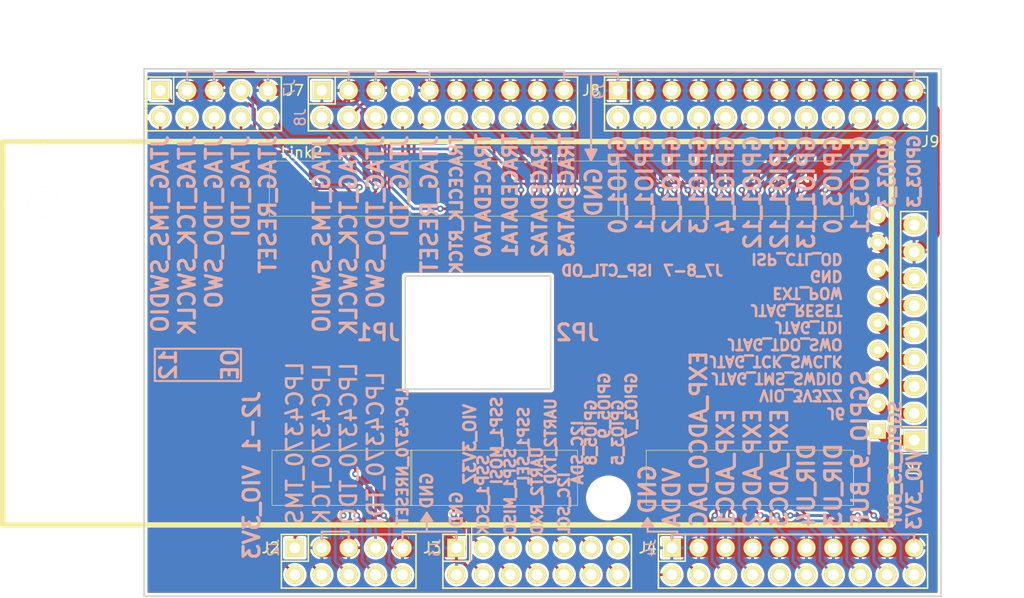
<source format=kicad_pcb>
(kicad_pcb (version 4) (host pcbnew "(after 2015-mar-04 BZR unknown)-product")
  (layers (0 F.Cu signal) (31 B.Cu signal) (34 B.Paste user) (35 F.Paste user) (36 B.SilkS user) (37 F.SilkS user) (38 B.Mask user) (39 F.Mask user) (44 Edge.Cuts user))
  (net 0 "")
  (net 1 "Net-(J2-Pad1)")
  (net 2 "Net-(J2-Pad2)")
  (net 3 GND)
  (net 4 "Net-(J2-Pad4)")
  (net 5 "Net-(J2-Pad6)")
  (net 6 "Net-(J2-Pad7)")
  (net 7 "Net-(J2-Pad8)")
  (net 8 "Net-(J2-Pad10)")
  (net 9 "Net-(J3-Pad2)")
  (net 10 "Net-(J3-Pad3)")
  (net 11 "Net-(J3-Pad4)")
  (net 12 "Net-(J3-Pad5)")
  (net 13 "Net-(J3-Pad6)")
  (net 14 "Net-(J3-Pad7)")
  (net 15 "Net-(J3-Pad8)")
  (net 16 "Net-(J3-Pad9)")
  (net 17 "Net-(J3-Pad10)")
  (net 18 "Net-(J3-Pad11)")
  (net 19 "Net-(J3-Pad12)")
  (net 20 "Net-(J3-Pad13)")
  (net 21 "Net-(J3-Pad14)")
  (net 22 "Net-(J4-Pad2)")
  (net 23 "Net-(J4-Pad4)")
  (net 24 "Net-(J4-Pad6)")
  (net 25 "Net-(J4-Pad8)")
  (net 26 "Net-(J4-Pad12)")
  (net 27 "Net-(J4-Pad14)")
  (net 28 "Net-(J4-Pad16)")
  (net 29 "Net-(J4-Pad18)")
  (net 30 "Net-(J4-Pad20)")
  (net 31 "Net-(J7-Pad1)")
  (net 32 "Net-(J7-Pad2)")
  (net 33 "Net-(J7-Pad4)")
  (net 34 "Net-(J7-Pad6)")
  (net 35 "Net-(J7-Pad7)")
  (net 36 "Net-(J7-Pad8)")
  (net 37 "Net-(J7-Pad10)")
  (net 38 "Net-(J8-Pad1)")
  (net 39 "Net-(J8-Pad2)")
  (net 40 "Net-(J8-Pad4)")
  (net 41 "Net-(J8-Pad6)")
  (net 42 "Net-(J8-Pad7)")
  (net 43 "Net-(J8-Pad8)")
  (net 44 "Net-(J8-Pad10)")
  (net 45 "Net-(J8-Pad12)")
  (net 46 "Net-(J8-Pad14)")
  (net 47 "Net-(J8-Pad16)")
  (net 48 "Net-(J8-Pad18)")
  (net 49 "Net-(J8-Pad20)")
  (net 50 "Net-(J9-Pad2)")
  (net 51 "Net-(J9-Pad4)")
  (net 52 "Net-(J9-Pad6)")
  (net 53 "Net-(J9-Pad8)")
  (net 54 "Net-(J9-Pad10)")
  (net 55 "Net-(J9-Pad12)")
  (net 56 "Net-(J9-Pad14)")
  (net 57 "Net-(J9-Pad16)")
  (net 58 "Net-(J9-Pad18)")
  (net 59 "Net-(J9-Pad20)")
  (net 60 "Net-(J9-Pad22)")
  (net 61 "Net-(J9-Pad24)")
  (net 62 "Net-(J6-Pad1)")
  (net 63 "Net-(J6-Pad2)")
  (net 64 "Net-(J6-Pad3)")
  (net 65 "Net-(J6-Pad4)")
  (net 66 "Net-(J6-Pad5)")
  (net 67 "Net-(J6-Pad6)")
  (net 68 "Net-(J6-Pad7)")
  (net 69 "Net-(J6-Pad9)")
  (module MCU:LPCLink2_Base-SMT (layer F.Cu) (at 171.806 96.5962)
    (fp_text reference Link2 (at -12.7 -20.828) (layer F.SilkS))
    (fp_text value LPCLink2)
    (fp_text user J7 (at -13.3354 -26.67) (layer F.SilkS))
    (fp_text user J4 (at 19.9386 16.51) (layer F.SilkS))
    (fp_text user J9 (at 46.6086 -21.844) (layer F.SilkS))
    (fp_text user J3 (at -0.3814 16.51) (layer F.SilkS))
    (fp_text user J8 (at 14.6046 -26.67) (layer F.SilkS))
    (fp_text user J2 (at -15.6214 16.51) (layer F.SilkS))
    (pad 4-1 smd rect (at 23.876 8.001) (size 0.65 2.15) (layers F.Cu F.Paste F.Mask) (net 3 GND))
    (pad 4-2 smd rect (at 23.876 11.811) (size 0.65 2.15) (layers F.Cu F.Paste F.Mask) (net 22 "Net-(J4-Pad2)"))
    (pad 4-3 smd rect (at 25.146 8.001) (size 0.65 2.15) (layers F.Cu F.Paste F.Mask) (net 3 GND))
    (pad 4-4 smd rect (at 25.146 11.811) (size 0.65 2.15) (layers F.Cu F.Paste F.Mask) (net 23 "Net-(J4-Pad4)"))
    (pad 4-5 smd rect (at 26.416 8.001) (size 0.65 2.15) (layers F.Cu F.Paste F.Mask) (net 3 GND))
    (pad 4-6 smd rect (at 26.416 11.811) (size 0.65 2.15) (layers F.Cu F.Paste F.Mask) (net 24 "Net-(J4-Pad6)"))
    (pad 4-7 smd rect (at 27.686 8.001) (size 0.65 2.15) (layers F.Cu F.Paste F.Mask) (net 3 GND))
    (pad 4-8 smd rect (at 27.686 11.811) (size 0.65 2.15) (layers F.Cu F.Paste F.Mask) (net 25 "Net-(J4-Pad8)"))
    (pad 4-9 smd rect (at 28.956 8.001) (size 0.65 2.15) (layers F.Cu F.Paste F.Mask) (net 3 GND))
    (pad 4-10 smd rect (at 28.956 11.811) (size 0.65 2.15) (layers F.Cu F.Paste F.Mask) (net 3 GND))
    (pad 4-14 smd rect (at 31.496 11.811) (size 0.65 2.15) (layers F.Cu F.Paste F.Mask) (net 27 "Net-(J4-Pad14)"))
    (pad 4-13 smd rect (at 31.496 8.001) (size 0.65 2.15) (layers F.Cu F.Paste F.Mask))
    (pad 4-12 smd rect (at 30.226 11.811) (size 0.65 2.15) (layers F.Cu F.Paste F.Mask) (net 26 "Net-(J4-Pad12)"))
    (pad 4-11 smd rect (at 30.226 8.001) (size 0.65 2.15) (layers F.Cu F.Paste F.Mask) (net 3 GND))
    (pad 4-17 smd rect (at 34.036 8.001) (size 0.65 2.15) (layers F.Cu F.Paste F.Mask) (net 3 GND))
    (pad 4-18 smd rect (at 34.036 11.811) (size 0.65 2.15) (layers F.Cu F.Paste F.Mask) (net 29 "Net-(J4-Pad18)"))
    (pad 4-19 smd rect (at 35.306 8.001) (size 0.65 2.15) (layers F.Cu F.Paste F.Mask) (net 3 GND))
    (pad 4-20 smd rect (at 35.306 11.811) (size 0.65 2.15) (layers F.Cu F.Paste F.Mask) (net 30 "Net-(J4-Pad20)"))
    (pad 4-16 smd rect (at 32.766 11.811) (size 0.65 2.15) (layers F.Cu F.Paste F.Mask) (net 28 "Net-(J4-Pad16)"))
    (pad 4-15 smd rect (at 32.766 8.001) (size 0.65 2.15) (layers F.Cu F.Paste F.Mask) (net 3 GND))
    (pad 9-24 smd rect (at 35.306 -15.494) (size 0.65 2.15) (layers F.Cu F.Paste F.Mask) (net 61 "Net-(J9-Pad24)"))
    (pad 9-23 smd rect (at 35.306 -19.304) (size 0.65 2.15) (layers F.Cu F.Paste F.Mask) (net 3 GND))
    (pad 9-22 smd rect (at 34.036 -15.494) (size 0.65 2.15) (layers F.Cu F.Paste F.Mask) (net 60 "Net-(J9-Pad22)"))
    (pad 9-21 smd rect (at 34.036 -19.304) (size 0.65 2.15) (layers F.Cu F.Paste F.Mask) (net 3 GND))
    (pad 9-1 smd rect (at 21.336 -19.304) (size 0.65 2.15) (layers F.Cu F.Paste F.Mask) (net 3 GND))
    (pad 9-2 smd rect (at 21.336 -15.494) (size 0.65 2.15) (layers F.Cu F.Paste F.Mask) (net 50 "Net-(J9-Pad2)"))
    (pad 9-3 smd rect (at 22.606 -19.304) (size 0.65 2.15) (layers F.Cu F.Paste F.Mask) (net 3 GND))
    (pad 9-4 smd rect (at 22.606 -15.494) (size 0.65 2.15) (layers F.Cu F.Paste F.Mask) (net 51 "Net-(J9-Pad4)"))
    (pad 9-5 smd rect (at 23.876 -19.304) (size 0.65 2.15) (layers F.Cu F.Paste F.Mask) (net 3 GND))
    (pad 9-6 smd rect (at 23.876 -15.494) (size 0.65 2.15) (layers F.Cu F.Paste F.Mask) (net 52 "Net-(J9-Pad6)"))
    (pad 9-7 smd rect (at 25.146 -19.304) (size 0.65 2.15) (layers F.Cu F.Paste F.Mask) (net 3 GND))
    (pad 9-8 smd rect (at 25.146 -15.494) (size 0.65 2.15) (layers F.Cu F.Paste F.Mask) (net 53 "Net-(J9-Pad8)"))
    (pad 9-9 smd rect (at 26.416 -19.304) (size 0.65 2.15) (layers F.Cu F.Paste F.Mask) (net 3 GND))
    (pad 9-10 smd rect (at 26.416 -15.494) (size 0.65 2.15) (layers F.Cu F.Paste F.Mask) (net 54 "Net-(J9-Pad10)"))
    (pad 9-14 smd rect (at 28.956 -15.494) (size 0.65 2.15) (layers F.Cu F.Paste F.Mask) (net 56 "Net-(J9-Pad14)"))
    (pad 9-13 smd rect (at 28.956 -19.304) (size 0.65 2.15) (layers F.Cu F.Paste F.Mask) (net 3 GND))
    (pad 9-12 smd rect (at 27.686 -15.494) (size 0.65 2.15) (layers F.Cu F.Paste F.Mask) (net 55 "Net-(J9-Pad12)"))
    (pad 9-11 smd rect (at 27.686 -19.304) (size 0.65 2.15) (layers F.Cu F.Paste F.Mask) (net 3 GND))
    (pad 9-17 smd rect (at 31.496 -19.304) (size 0.65 2.15) (layers F.Cu F.Paste F.Mask) (net 3 GND))
    (pad 9-18 smd rect (at 31.496 -15.494) (size 0.65 2.15) (layers F.Cu F.Paste F.Mask) (net 58 "Net-(J9-Pad18)"))
    (pad 9-19 smd rect (at 32.766 -19.304) (size 0.65 2.15) (layers F.Cu F.Paste F.Mask) (net 3 GND))
    (pad 9-20 smd rect (at 32.766 -15.494) (size 0.65 2.15) (layers F.Cu F.Paste F.Mask) (net 59 "Net-(J9-Pad20)"))
    (pad 9-16 smd rect (at 30.226 -15.494) (size 0.65 2.15) (layers F.Cu F.Paste F.Mask) (net 57 "Net-(J9-Pad16)"))
    (pad 9-15 smd rect (at 30.226 -19.304) (size 0.65 2.15) (layers F.Cu F.Paste F.Mask) (net 3 GND))
    (pad 8-15 smd rect (at 10.541 -19.304) (size 0.65 2.15) (layers F.Cu F.Paste F.Mask) (net 3 GND))
    (pad 8-16 smd rect (at 10.541 -15.494) (size 0.65 2.15) (layers F.Cu F.Paste F.Mask) (net 47 "Net-(J8-Pad16)"))
    (pad 8-20 smd rect (at 13.081 -15.494) (size 0.65 2.15) (layers F.Cu F.Paste F.Mask) (net 49 "Net-(J8-Pad20)"))
    (pad 8-19 smd rect (at 13.081 -19.304) (size 0.65 2.15) (layers F.Cu F.Paste F.Mask) (net 3 GND))
    (pad 8-18 smd rect (at 11.811 -15.494) (size 0.65 2.15) (layers F.Cu F.Paste F.Mask) (net 48 "Net-(J8-Pad18)"))
    (pad 8-17 smd rect (at 11.811 -19.304) (size 0.65 2.15) (layers F.Cu F.Paste F.Mask) (net 3 GND))
    (pad 3-1 smd rect (at 1.651 8.001) (size 0.65 2.15) (layers F.Cu F.Paste F.Mask) (net 3 GND))
    (pad 3-2 smd rect (at 1.651 11.811) (size 0.65 2.15) (layers F.Cu F.Paste F.Mask) (net 9 "Net-(J3-Pad2)"))
    (pad 3-3 smd rect (at 2.921 8.001) (size 0.65 2.15) (layers F.Cu F.Paste F.Mask) (net 10 "Net-(J3-Pad3)"))
    (pad 3-4 smd rect (at 2.921 11.811) (size 0.65 2.15) (layers F.Cu F.Paste F.Mask) (net 11 "Net-(J3-Pad4)"))
    (pad 3-5 smd rect (at 4.191 8.001) (size 0.65 2.15) (layers F.Cu F.Paste F.Mask) (net 12 "Net-(J3-Pad5)"))
    (pad 3-6 smd rect (at 4.191 11.811) (size 0.65 2.15) (layers F.Cu F.Paste F.Mask) (net 13 "Net-(J3-Pad6)"))
    (pad 3-7 smd rect (at 5.461 8.001) (size 0.65 2.15) (layers F.Cu F.Paste F.Mask) (net 14 "Net-(J3-Pad7)"))
    (pad 3-8 smd rect (at 5.461 11.811) (size 0.65 2.15) (layers F.Cu F.Paste F.Mask) (net 15 "Net-(J3-Pad8)"))
    (pad 3-9 smd rect (at 6.731 8.001) (size 0.65 2.15) (layers F.Cu F.Paste F.Mask) (net 16 "Net-(J3-Pad9)"))
    (pad 3-10 smd rect (at 6.731 11.811) (size 0.65 2.15) (layers F.Cu F.Paste F.Mask) (net 17 "Net-(J3-Pad10)"))
    (pad 3-14 smd rect (at 9.271 11.811) (size 0.65 2.15) (layers F.Cu F.Paste F.Mask) (net 21 "Net-(J3-Pad14)"))
    (pad 3-13 smd rect (at 9.271 8.001) (size 0.65 2.15) (layers F.Cu F.Paste F.Mask) (net 20 "Net-(J3-Pad13)"))
    (pad 3-12 smd rect (at 8.001 11.811) (size 0.65 2.15) (layers F.Cu F.Paste F.Mask) (net 19 "Net-(J3-Pad12)"))
    (pad 3-11 smd rect (at 8.001 8.001) (size 0.65 2.15) (layers F.Cu F.Paste F.Mask) (net 18 "Net-(J3-Pad11)"))
    (pad 8-11 smd rect (at 8.001 -19.304) (size 0.65 2.15) (layers F.Cu F.Paste F.Mask) (net 3 GND))
    (pad 8-12 smd rect (at 8.001 -15.494) (size 0.65 2.15) (layers F.Cu F.Paste F.Mask) (net 45 "Net-(J8-Pad12)"))
    (pad 8-13 smd rect (at 9.271 -19.304) (size 0.65 2.15) (layers F.Cu F.Paste F.Mask) (net 3 GND))
    (pad 8-14 smd rect (at 9.271 -15.494) (size 0.65 2.15) (layers F.Cu F.Paste F.Mask) (net 46 "Net-(J8-Pad14)"))
    (pad 8-10 smd rect (at 6.731 -15.494) (size 0.65 2.15) (layers F.Cu F.Paste F.Mask) (net 44 "Net-(J8-Pad10)"))
    (pad 8-9 smd rect (at 6.731 -19.304) (size 0.65 2.15) (layers F.Cu F.Paste F.Mask) (net 3 GND))
    (pad 8-8 smd rect (at 5.461 -15.494) (size 0.65 2.15) (layers F.Cu F.Paste F.Mask) (net 43 "Net-(J8-Pad8)"))
    (pad 8-7 smd rect (at 5.461 -19.304) (size 0.65 2.15) (layers F.Cu F.Paste F.Mask) (net 42 "Net-(J8-Pad7)"))
    (pad 8-6 smd rect (at 4.191 -15.494) (size 0.65 2.15) (layers F.Cu F.Paste F.Mask) (net 41 "Net-(J8-Pad6)"))
    (pad 8-5 smd rect (at 4.191 -19.304) (size 0.65 2.15) (layers F.Cu F.Paste F.Mask) (net 3 GND))
    (pad 8-4 smd rect (at 2.921 -15.494) (size 0.65 2.15) (layers F.Cu F.Paste F.Mask) (net 40 "Net-(J8-Pad4)"))
    (pad 8-3 smd rect (at 2.921 -19.304) (size 0.65 2.15) (layers F.Cu F.Paste F.Mask) (net 3 GND))
    (pad 8-2 smd rect (at 1.651 -15.494) (size 0.65 2.15) (layers F.Cu F.Paste F.Mask) (net 39 "Net-(J8-Pad2)"))
    (pad 8-1 smd rect (at 1.651 -19.304) (size 0.65 2.15) (layers F.Cu F.Paste F.Mask) (net 38 "Net-(J8-Pad1)"))
    (pad 2-10 smd rect (at -6.35 11.811) (size 0.65 2.15) (layers F.Cu F.Paste F.Mask) (net 8 "Net-(J2-Pad10)"))
    (pad 2-9 smd rect (at -6.35 8.001) (size 0.65 2.15) (layers F.Cu F.Paste F.Mask) (net 3 GND))
    (pad 2-8 smd rect (at -7.62 11.811) (size 0.65 2.15) (layers F.Cu F.Paste F.Mask) (net 7 "Net-(J2-Pad8)"))
    (pad 2-7 smd rect (at -7.62 8.001) (size 0.65 2.15) (layers F.Cu F.Paste F.Mask) (net 6 "Net-(J2-Pad7)"))
    (pad 2-6 smd rect (at -8.89 11.811) (size 0.65 2.15) (layers F.Cu F.Paste F.Mask) (net 5 "Net-(J2-Pad6)"))
    (pad 2-5 smd rect (at -8.89 8.001) (size 0.65 2.15) (layers F.Cu F.Paste F.Mask) (net 3 GND))
    (pad 2-4 smd rect (at -10.16 11.811) (size 0.65 2.15) (layers F.Cu F.Paste F.Mask) (net 4 "Net-(J2-Pad4)"))
    (pad 2-3 smd rect (at -10.16 8.001) (size 0.65 2.15) (layers F.Cu F.Paste F.Mask) (net 3 GND))
    (pad 2-2 smd rect (at -11.43 11.811) (size 0.65 2.15) (layers F.Cu F.Paste F.Mask) (net 2 "Net-(J2-Pad2)"))
    (pad 2-1 smd rect (at -11.43 8.001) (size 0.65 2.15) (layers F.Cu F.Paste F.Mask) (net 1 "Net-(J2-Pad1)"))
    (pad 7-1 smd rect (at -11.684 -19.304) (size 0.65 2.15) (layers F.Cu F.Paste F.Mask) (net 31 "Net-(J7-Pad1)"))
    (pad 7-2 smd rect (at -11.684 -15.494) (size 0.65 2.15) (layers F.Cu F.Paste F.Mask) (net 32 "Net-(J7-Pad2)"))
    (pad 7-3 smd rect (at -10.414 -19.304) (size 0.65 2.15) (layers F.Cu F.Paste F.Mask) (net 3 GND))
    (pad 7-4 smd rect (at -10.414 -15.494) (size 0.65 2.15) (layers F.Cu F.Paste F.Mask) (net 33 "Net-(J7-Pad4)"))
    (pad 7-5 smd rect (at -9.144 -19.304) (size 0.65 2.15) (layers F.Cu F.Paste F.Mask) (net 3 GND))
    (pad 7-6 smd rect (at -9.144 -15.494) (size 0.65 2.15) (layers F.Cu F.Paste F.Mask) (net 34 "Net-(J7-Pad6)"))
    (pad 7-7 smd rect (at -7.874 -19.304) (size 0.65 2.15) (layers F.Cu F.Paste F.Mask) (net 35 "Net-(J7-Pad7)"))
    (pad 7-8 smd rect (at -7.874 -15.494) (size 0.65 2.15) (layers F.Cu F.Paste F.Mask) (net 36 "Net-(J7-Pad8)"))
    (pad 7-9 smd rect (at -6.604 -19.304) (size 0.65 2.15) (layers F.Cu F.Paste F.Mask) (net 3 GND))
    (pad 7-10 smd rect (at -6.604 -15.494) (size 0.65 2.15) (layers F.Cu F.Paste F.Mask) (net 37 "Net-(J7-Pad10)"))
    (pad "" np_thru_hole circle (at -37.084 -16.129) (size 2.85 2.85) (drill 2.85) (layers *.Cu *.Mask F.SilkS))
    (pad "" np_thru_hole circle (at 16.256 11.811) (size 2.85 2.85) (drill 2.85) (layers *.Cu *.Mask F.SilkS) (clearance 0.7))
    (pad 6-9 thru_hole circle (at 41.656 -14.859) (size 1.524 1.524) (drill 0.75) (layers *.Cu *.Mask F.SilkS) (net 69 "Net-(J6-Pad9)"))
    (pad 6-8 thru_hole circle (at 41.656 -12.319) (size 1.524 1.524) (drill 0.75) (layers *.Cu *.Mask F.SilkS) (net 3 GND))
    (pad 6-7 thru_hole circle (at 41.656 -9.779) (size 1.524 1.524) (drill 0.75) (layers *.Cu *.Mask F.SilkS) (net 68 "Net-(J6-Pad7)"))
    (pad 6-6 thru_hole circle (at 41.656 -7.239) (size 1.524 1.524) (drill 0.75) (layers *.Cu *.Mask F.SilkS) (net 67 "Net-(J6-Pad6)"))
    (pad 6-5 thru_hole circle (at 41.656 -4.699) (size 1.524 1.524) (drill 0.75) (layers *.Cu *.Mask F.SilkS) (net 66 "Net-(J6-Pad5)"))
    (pad 6-4 thru_hole circle (at 41.656 -2.159) (size 1.524 1.524) (drill 0.75) (layers *.Cu *.Mask F.SilkS) (net 65 "Net-(J6-Pad4)"))
    (pad 6-3 thru_hole circle (at 41.656 0.381) (size 1.524 1.524) (drill 0.75) (layers *.Cu *.Mask F.SilkS) (net 64 "Net-(J6-Pad3)"))
    (pad 6-2 thru_hole circle (at 41.656 2.921) (size 1.524 1.524) (drill 0.75) (layers *.Cu *.Mask F.SilkS) (net 63 "Net-(J6-Pad2)"))
    (pad 6-1 thru_hole rect (at 41.656 5.461) (size 1.524 1.524) (drill 0.75) (layers *.Cu *.Mask F.SilkS) (net 62 "Net-(J6-Pad1)"))
  )
  (module Socket_Strips:Socket_Strip_Straight_2x05 (layer F.Cu) (at 163.551 114.376 180)
    (fp_text reference J2 (at 7.1124 1.2698 270) (layer B.SilkS) (effects (justify mirror)))
    (fp_text value CONN_02X05 hide)
    (pad 1 thru_hole rect (at 5.08 1.27) (size 1.7272 1.7272) (drill 1.016) (layers *.Cu *.Mask F.SilkS) (net 1 "Net-(J2-Pad1)"))
    (pad 2 thru_hole oval (at 5.08 -1.27) (size 1.7272 1.7272) (drill 1.016) (layers *.Cu *.Mask F.SilkS) (net 2 "Net-(J2-Pad2)"))
    (pad 3 thru_hole oval (at 2.54 1.27) (size 1.7272 1.7272) (drill 1.016) (layers *.Cu *.Mask F.SilkS) (net 3 GND))
    (pad 4 thru_hole oval (at 2.54 -1.27) (size 1.7272 1.7272) (drill 1.016) (layers *.Cu *.Mask F.SilkS) (net 4 "Net-(J2-Pad4)"))
    (pad 5 thru_hole oval (at 0 1.27) (size 1.7272 1.7272) (drill 1.016) (layers *.Cu *.Mask F.SilkS) (net 3 GND))
    (pad 6 thru_hole oval (at 0 -1.27) (size 1.7272 1.7272) (drill 1.016) (layers *.Cu *.Mask F.SilkS) (net 5 "Net-(J2-Pad6)"))
    (pad 7 thru_hole oval (at -2.54 1.27) (size 1.7272 1.7272) (drill 1.016) (layers *.Cu *.Mask F.SilkS) (net 6 "Net-(J2-Pad7)"))
    (pad 8 thru_hole oval (at -2.54 -1.27) (size 1.7272 1.7272) (drill 1.016) (layers *.Cu *.Mask F.SilkS) (net 7 "Net-(J2-Pad8)"))
    (pad 9 thru_hole oval (at -5.08 1.27) (size 1.7272 1.7272) (drill 1.016) (layers *.Cu *.Mask F.SilkS) (net 3 GND))
    (pad 10 thru_hole oval (at -5.08 -1.27) (size 1.7272 1.7272) (drill 1.016) (layers *.Cu *.Mask F.SilkS) (net 8 "Net-(J2-Pad10)"))
  )
  (module Socket_Strips:Socket_Strip_Straight_2x07 (layer F.Cu) (at 181.331 114.376 180)
    (fp_text reference J3 (at 9.6524 1.2698 270) (layer B.SilkS) (effects (justify mirror)))
    (fp_text value CONN_02X07 hide)
    (pad 1 thru_hole rect (at 7.62 1.27) (size 1.7272 1.7272) (drill 1.016) (layers *.Cu *.Mask F.SilkS) (net 3 GND))
    (pad 2 thru_hole oval (at 7.62 -1.27) (size 1.7272 1.7272) (drill 1.016) (layers *.Cu *.Mask F.SilkS) (net 9 "Net-(J3-Pad2)"))
    (pad 3 thru_hole oval (at 5.08 1.27) (size 1.7272 1.7272) (drill 1.016) (layers *.Cu *.Mask F.SilkS) (net 10 "Net-(J3-Pad3)"))
    (pad 4 thru_hole oval (at 5.08 -1.27) (size 1.7272 1.7272) (drill 1.016) (layers *.Cu *.Mask F.SilkS) (net 11 "Net-(J3-Pad4)"))
    (pad 5 thru_hole oval (at 2.54 1.27) (size 1.7272 1.7272) (drill 1.016) (layers *.Cu *.Mask F.SilkS) (net 12 "Net-(J3-Pad5)"))
    (pad 6 thru_hole oval (at 2.54 -1.27) (size 1.7272 1.7272) (drill 1.016) (layers *.Cu *.Mask F.SilkS) (net 13 "Net-(J3-Pad6)"))
    (pad 7 thru_hole oval (at 0 1.27) (size 1.7272 1.7272) (drill 1.016) (layers *.Cu *.Mask F.SilkS) (net 14 "Net-(J3-Pad7)"))
    (pad 8 thru_hole oval (at 0 -1.27) (size 1.7272 1.7272) (drill 1.016) (layers *.Cu *.Mask F.SilkS) (net 15 "Net-(J3-Pad8)"))
    (pad 9 thru_hole oval (at -2.54 1.27) (size 1.7272 1.7272) (drill 1.016) (layers *.Cu *.Mask F.SilkS) (net 16 "Net-(J3-Pad9)"))
    (pad 10 thru_hole oval (at -2.54 -1.27) (size 1.7272 1.7272) (drill 1.016) (layers *.Cu *.Mask F.SilkS) (net 17 "Net-(J3-Pad10)"))
    (pad 11 thru_hole oval (at -5.08 1.27) (size 1.7272 1.7272) (drill 1.016) (layers *.Cu *.Mask F.SilkS) (net 18 "Net-(J3-Pad11)"))
    (pad 12 thru_hole oval (at -5.08 -1.27) (size 1.7272 1.7272) (drill 1.016) (layers *.Cu *.Mask F.SilkS) (net 19 "Net-(J3-Pad12)"))
    (pad 13 thru_hole oval (at -7.62 1.27) (size 1.7272 1.7272) (drill 1.016) (layers *.Cu *.Mask F.SilkS) (net 20 "Net-(J3-Pad13)"))
    (pad 14 thru_hole oval (at -7.62 -1.27) (size 1.7272 1.7272) (drill 1.016) (layers *.Cu *.Mask F.SilkS) (net 21 "Net-(J3-Pad14)"))
  )
  (module Socket_Strips:Socket_Strip_Straight_2x10 (layer F.Cu) (at 205.461 114.376 180)
    (fp_text reference J4 (at 13.4624 1.2698 270) (layer B.SilkS) (effects (justify mirror)))
    (fp_text value CONN_02X10 hide)
    (pad 1 thru_hole rect (at 11.43 1.27) (size 1.7272 1.7272) (drill 1.016) (layers *.Cu *.Mask F.SilkS) (net 3 GND))
    (pad 2 thru_hole oval (at 11.43 -1.27) (size 1.7272 1.7272) (drill 1.016) (layers *.Cu *.Mask F.SilkS) (net 22 "Net-(J4-Pad2)"))
    (pad 3 thru_hole oval (at 8.89 1.27) (size 1.7272 1.7272) (drill 1.016) (layers *.Cu *.Mask F.SilkS) (net 3 GND))
    (pad 4 thru_hole oval (at 8.89 -1.27) (size 1.7272 1.7272) (drill 1.016) (layers *.Cu *.Mask F.SilkS) (net 23 "Net-(J4-Pad4)"))
    (pad 5 thru_hole oval (at 6.35 1.27) (size 1.7272 1.7272) (drill 1.016) (layers *.Cu *.Mask F.SilkS) (net 3 GND))
    (pad 6 thru_hole oval (at 6.35 -1.27) (size 1.7272 1.7272) (drill 1.016) (layers *.Cu *.Mask F.SilkS) (net 24 "Net-(J4-Pad6)"))
    (pad 7 thru_hole oval (at 3.81 1.27) (size 1.7272 1.7272) (drill 1.016) (layers *.Cu *.Mask F.SilkS) (net 3 GND))
    (pad 8 thru_hole oval (at 3.81 -1.27) (size 1.7272 1.7272) (drill 1.016) (layers *.Cu *.Mask F.SilkS) (net 25 "Net-(J4-Pad8)"))
    (pad 9 thru_hole oval (at 1.27 1.27) (size 1.7272 1.7272) (drill 1.016) (layers *.Cu *.Mask F.SilkS) (net 3 GND))
    (pad 10 thru_hole oval (at 1.27 -1.27) (size 1.7272 1.7272) (drill 1.016) (layers *.Cu *.Mask F.SilkS))
    (pad 11 thru_hole oval (at -1.27 1.27) (size 1.7272 1.7272) (drill 1.016) (layers *.Cu *.Mask F.SilkS) (net 3 GND))
    (pad 12 thru_hole oval (at -1.27 -1.27) (size 1.7272 1.7272) (drill 1.016) (layers *.Cu *.Mask F.SilkS) (net 26 "Net-(J4-Pad12)"))
    (pad 13 thru_hole oval (at -3.81 1.27) (size 1.7272 1.7272) (drill 1.016) (layers *.Cu *.Mask F.SilkS) (net 3 GND))
    (pad 14 thru_hole oval (at -3.81 -1.27) (size 1.7272 1.7272) (drill 1.016) (layers *.Cu *.Mask F.SilkS) (net 27 "Net-(J4-Pad14)"))
    (pad 15 thru_hole oval (at -6.35 1.27) (size 1.7272 1.7272) (drill 1.016) (layers *.Cu *.Mask F.SilkS) (net 3 GND))
    (pad 16 thru_hole oval (at -6.35 -1.27) (size 1.7272 1.7272) (drill 1.016) (layers *.Cu *.Mask F.SilkS) (net 28 "Net-(J4-Pad16)"))
    (pad 17 thru_hole oval (at -8.89 1.27) (size 1.7272 1.7272) (drill 1.016) (layers *.Cu *.Mask F.SilkS) (net 3 GND))
    (pad 18 thru_hole oval (at -8.89 -1.27) (size 1.7272 1.7272) (drill 1.016) (layers *.Cu *.Mask F.SilkS) (net 29 "Net-(J4-Pad18)"))
    (pad 19 thru_hole oval (at -11.43 1.27) (size 1.7272 1.7272) (drill 1.016) (layers *.Cu *.Mask F.SilkS) (net 3 GND))
    (pad 20 thru_hole oval (at -11.43 -1.27) (size 1.7272 1.7272) (drill 1.016) (layers *.Cu *.Mask F.SilkS) (net 30 "Net-(J4-Pad20)"))
  )
  (module Socket_Strips:Socket_Strip_Straight_2x05 (layer F.Cu) (at 150.851 71.1962 180)
    (fp_text reference J7 (at -7.1116 1.524 270) (layer B.SilkS) (effects (justify mirror)))
    (fp_text value CONN_02X05 hide)
    (pad 1 thru_hole rect (at 5.08 1.27) (size 1.7272 1.7272) (drill 1.016) (layers *.Cu *.Mask F.SilkS) (net 31 "Net-(J7-Pad1)"))
    (pad 2 thru_hole oval (at 5.08 -1.27) (size 1.7272 1.7272) (drill 1.016) (layers *.Cu *.Mask F.SilkS) (net 32 "Net-(J7-Pad2)"))
    (pad 3 thru_hole oval (at 2.54 1.27) (size 1.7272 1.7272) (drill 1.016) (layers *.Cu *.Mask F.SilkS) (net 3 GND))
    (pad 4 thru_hole oval (at 2.54 -1.27) (size 1.7272 1.7272) (drill 1.016) (layers *.Cu *.Mask F.SilkS) (net 33 "Net-(J7-Pad4)"))
    (pad 5 thru_hole oval (at 0 1.27) (size 1.7272 1.7272) (drill 1.016) (layers *.Cu *.Mask F.SilkS) (net 3 GND))
    (pad 6 thru_hole oval (at 0 -1.27) (size 1.7272 1.7272) (drill 1.016) (layers *.Cu *.Mask F.SilkS) (net 34 "Net-(J7-Pad6)"))
    (pad 7 thru_hole oval (at -2.54 1.27) (size 1.7272 1.7272) (drill 1.016) (layers *.Cu *.Mask F.SilkS) (net 35 "Net-(J7-Pad7)"))
    (pad 8 thru_hole oval (at -2.54 -1.27) (size 1.7272 1.7272) (drill 1.016) (layers *.Cu *.Mask F.SilkS) (net 36 "Net-(J7-Pad8)"))
    (pad 9 thru_hole oval (at -5.08 1.27) (size 1.7272 1.7272) (drill 1.016) (layers *.Cu *.Mask F.SilkS) (net 3 GND))
    (pad 10 thru_hole oval (at -5.08 -1.27) (size 1.7272 1.7272) (drill 1.016) (layers *.Cu *.Mask F.SilkS) (net 37 "Net-(J7-Pad10)"))
  )
  (module Socket_Strips:Socket_Strip_Straight_2x10 (layer F.Cu) (at 172.441 71.1962 180)
    (fp_text reference J8 (at 13.4624 -1.27 270) (layer B.SilkS) (effects (justify mirror)))
    (fp_text value CONN_02X10 hide)
    (pad 1 thru_hole rect (at 11.43 1.27) (size 1.7272 1.7272) (drill 1.016) (layers *.Cu *.Mask F.SilkS) (net 38 "Net-(J8-Pad1)"))
    (pad 2 thru_hole oval (at 11.43 -1.27) (size 1.7272 1.7272) (drill 1.016) (layers *.Cu *.Mask F.SilkS) (net 39 "Net-(J8-Pad2)"))
    (pad 3 thru_hole oval (at 8.89 1.27) (size 1.7272 1.7272) (drill 1.016) (layers *.Cu *.Mask F.SilkS) (net 3 GND))
    (pad 4 thru_hole oval (at 8.89 -1.27) (size 1.7272 1.7272) (drill 1.016) (layers *.Cu *.Mask F.SilkS) (net 40 "Net-(J8-Pad4)"))
    (pad 5 thru_hole oval (at 6.35 1.27) (size 1.7272 1.7272) (drill 1.016) (layers *.Cu *.Mask F.SilkS) (net 3 GND))
    (pad 6 thru_hole oval (at 6.35 -1.27) (size 1.7272 1.7272) (drill 1.016) (layers *.Cu *.Mask F.SilkS) (net 41 "Net-(J8-Pad6)"))
    (pad 7 thru_hole oval (at 3.81 1.27) (size 1.7272 1.7272) (drill 1.016) (layers *.Cu *.Mask F.SilkS) (net 42 "Net-(J8-Pad7)"))
    (pad 8 thru_hole oval (at 3.81 -1.27) (size 1.7272 1.7272) (drill 1.016) (layers *.Cu *.Mask F.SilkS) (net 43 "Net-(J8-Pad8)"))
    (pad 9 thru_hole oval (at 1.27 1.27) (size 1.7272 1.7272) (drill 1.016) (layers *.Cu *.Mask F.SilkS) (net 3 GND))
    (pad 10 thru_hole oval (at 1.27 -1.27) (size 1.7272 1.7272) (drill 1.016) (layers *.Cu *.Mask F.SilkS) (net 44 "Net-(J8-Pad10)"))
    (pad 11 thru_hole oval (at -1.27 1.27) (size 1.7272 1.7272) (drill 1.016) (layers *.Cu *.Mask F.SilkS) (net 3 GND))
    (pad 12 thru_hole oval (at -1.27 -1.27) (size 1.7272 1.7272) (drill 1.016) (layers *.Cu *.Mask F.SilkS) (net 45 "Net-(J8-Pad12)"))
    (pad 13 thru_hole oval (at -3.81 1.27) (size 1.7272 1.7272) (drill 1.016) (layers *.Cu *.Mask F.SilkS) (net 3 GND))
    (pad 14 thru_hole oval (at -3.81 -1.27) (size 1.7272 1.7272) (drill 1.016) (layers *.Cu *.Mask F.SilkS) (net 46 "Net-(J8-Pad14)"))
    (pad 15 thru_hole oval (at -6.35 1.27) (size 1.7272 1.7272) (drill 1.016) (layers *.Cu *.Mask F.SilkS) (net 3 GND))
    (pad 16 thru_hole oval (at -6.35 -1.27) (size 1.7272 1.7272) (drill 1.016) (layers *.Cu *.Mask F.SilkS) (net 47 "Net-(J8-Pad16)"))
    (pad 17 thru_hole oval (at -8.89 1.27) (size 1.7272 1.7272) (drill 1.016) (layers *.Cu *.Mask F.SilkS) (net 3 GND))
    (pad 18 thru_hole oval (at -8.89 -1.27) (size 1.7272 1.7272) (drill 1.016) (layers *.Cu *.Mask F.SilkS) (net 48 "Net-(J8-Pad18)"))
    (pad 19 thru_hole oval (at -11.43 1.27) (size 1.7272 1.7272) (drill 1.016) (layers *.Cu *.Mask F.SilkS) (net 3 GND))
    (pad 20 thru_hole oval (at -11.43 -1.27) (size 1.7272 1.7272) (drill 1.016) (layers *.Cu *.Mask F.SilkS) (net 49 "Net-(J8-Pad20)"))
  )
  (module Socket_Strips:Socket_Strip_Straight_2x12 (layer F.Cu) (at 202.921 71.1962 180)
    (fp_text reference J9 (at 15.7484 1.27 270) (layer B.SilkS) (effects (justify mirror)))
    (fp_text value CONN_02X12 hide)
    (pad 1 thru_hole rect (at 13.97 1.27) (size 1.7272 1.7272) (drill 1.016) (layers *.Cu *.Mask F.SilkS) (net 3 GND))
    (pad 2 thru_hole oval (at 13.97 -1.27) (size 1.7272 1.7272) (drill 1.016) (layers *.Cu *.Mask F.SilkS) (net 50 "Net-(J9-Pad2)"))
    (pad 3 thru_hole oval (at 11.43 1.27) (size 1.7272 1.7272) (drill 1.016) (layers *.Cu *.Mask F.SilkS) (net 3 GND))
    (pad 4 thru_hole oval (at 11.43 -1.27) (size 1.7272 1.7272) (drill 1.016) (layers *.Cu *.Mask F.SilkS) (net 51 "Net-(J9-Pad4)"))
    (pad 5 thru_hole oval (at 8.89 1.27) (size 1.7272 1.7272) (drill 1.016) (layers *.Cu *.Mask F.SilkS) (net 3 GND))
    (pad 6 thru_hole oval (at 8.89 -1.27) (size 1.7272 1.7272) (drill 1.016) (layers *.Cu *.Mask F.SilkS) (net 52 "Net-(J9-Pad6)"))
    (pad 7 thru_hole oval (at 6.35 1.27) (size 1.7272 1.7272) (drill 1.016) (layers *.Cu *.Mask F.SilkS) (net 3 GND))
    (pad 8 thru_hole oval (at 6.35 -1.27) (size 1.7272 1.7272) (drill 1.016) (layers *.Cu *.Mask F.SilkS) (net 53 "Net-(J9-Pad8)"))
    (pad 9 thru_hole oval (at 3.81 1.27) (size 1.7272 1.7272) (drill 1.016) (layers *.Cu *.Mask F.SilkS) (net 3 GND))
    (pad 10 thru_hole oval (at 3.81 -1.27) (size 1.7272 1.7272) (drill 1.016) (layers *.Cu *.Mask F.SilkS) (net 54 "Net-(J9-Pad10)"))
    (pad 11 thru_hole oval (at 1.27 1.27) (size 1.7272 1.7272) (drill 1.016) (layers *.Cu *.Mask F.SilkS) (net 3 GND))
    (pad 12 thru_hole oval (at 1.27 -1.27) (size 1.7272 1.7272) (drill 1.016) (layers *.Cu *.Mask F.SilkS) (net 55 "Net-(J9-Pad12)"))
    (pad 13 thru_hole oval (at -1.27 1.27) (size 1.7272 1.7272) (drill 1.016) (layers *.Cu *.Mask F.SilkS) (net 3 GND))
    (pad 14 thru_hole oval (at -1.27 -1.27) (size 1.7272 1.7272) (drill 1.016) (layers *.Cu *.Mask F.SilkS) (net 56 "Net-(J9-Pad14)"))
    (pad 15 thru_hole oval (at -3.81 1.27) (size 1.7272 1.7272) (drill 1.016) (layers *.Cu *.Mask F.SilkS) (net 3 GND))
    (pad 16 thru_hole oval (at -3.81 -1.27) (size 1.7272 1.7272) (drill 1.016) (layers *.Cu *.Mask F.SilkS) (net 57 "Net-(J9-Pad16)"))
    (pad 17 thru_hole oval (at -6.35 1.27) (size 1.7272 1.7272) (drill 1.016) (layers *.Cu *.Mask F.SilkS) (net 3 GND))
    (pad 18 thru_hole oval (at -6.35 -1.27) (size 1.7272 1.7272) (drill 1.016) (layers *.Cu *.Mask F.SilkS) (net 58 "Net-(J9-Pad18)"))
    (pad 19 thru_hole oval (at -8.89 1.27) (size 1.7272 1.7272) (drill 1.016) (layers *.Cu *.Mask F.SilkS) (net 3 GND))
    (pad 20 thru_hole oval (at -8.89 -1.27) (size 1.7272 1.7272) (drill 1.016) (layers *.Cu *.Mask F.SilkS) (net 59 "Net-(J9-Pad20)"))
    (pad 21 thru_hole oval (at -11.43 1.27) (size 1.7272 1.7272) (drill 1.016) (layers *.Cu *.Mask F.SilkS) (net 3 GND))
    (pad 22 thru_hole oval (at -11.43 -1.27) (size 1.7272 1.7272) (drill 1.016) (layers *.Cu *.Mask F.SilkS) (net 60 "Net-(J9-Pad22)"))
    (pad 23 thru_hole oval (at -13.97 1.27) (size 1.7272 1.7272) (drill 1.016) (layers *.Cu *.Mask F.SilkS) (net 3 GND))
    (pad 24 thru_hole oval (at -13.97 -1.27) (size 1.7272 1.7272) (drill 1.016) (layers *.Cu *.Mask F.SilkS) (net 61 "Net-(J9-Pad24)"))
  )
  (module Socket_Strips:Socket_Strip_Straight_1x09 (layer F.Cu) (at 216.891 92.7862 270)
    (fp_text reference J6 (at 12.954 0.0004 270) (layer F.SilkS))
    (fp_text value CONN_01X09 hide)
    (pad 1 thru_hole rect (at 10.16 0 90) (size 1.7272 2.032) (drill 1.016) (layers *.Cu *.Mask F.SilkS) (net 62 "Net-(J6-Pad1)"))
    (pad 2 thru_hole oval (at 7.62 0 90) (size 1.7272 2.032) (drill 1.016) (layers *.Cu *.Mask F.SilkS) (net 63 "Net-(J6-Pad2)"))
    (pad 3 thru_hole oval (at 5.08 0 90) (size 1.7272 2.032) (drill 1.016) (layers *.Cu *.Mask F.SilkS) (net 64 "Net-(J6-Pad3)"))
    (pad 4 thru_hole oval (at 2.54 0 90) (size 1.7272 2.032) (drill 1.016) (layers *.Cu *.Mask F.SilkS) (net 65 "Net-(J6-Pad4)"))
    (pad 5 thru_hole oval (at 0 0 90) (size 1.7272 2.032) (drill 1.016) (layers *.Cu *.Mask F.SilkS) (net 66 "Net-(J6-Pad5)"))
    (pad 6 thru_hole oval (at -2.54 0 90) (size 1.7272 2.032) (drill 1.016) (layers *.Cu *.Mask F.SilkS) (net 67 "Net-(J6-Pad6)"))
    (pad 7 thru_hole oval (at -5.08 0 90) (size 1.7272 2.032) (drill 1.016) (layers *.Cu *.Mask F.SilkS) (net 68 "Net-(J6-Pad7)"))
    (pad 8 thru_hole oval (at -7.62 0 90) (size 1.7272 2.032) (drill 1.016) (layers *.Cu *.Mask F.SilkS) (net 3 GND))
    (pad 9 thru_hole oval (at -10.16 0 90) (size 1.7272 2.032) (drill 1.016) (layers *.Cu *.Mask F.SilkS) (net 69 "Net-(J6-Pad9)"))
  )
  (gr_text GND (at 173.7106 111.3282 90) (layer B.SilkS) (effects (font (size 1.1 1.1) (thickness 0.25)) (justify right mirror)))
  (gr_text J6 (at 209.5246 100.4062 180) (layer B.SilkS) (effects (font (size 1 1) (thickness 0.25)) (justify mirror)))
  (gr_line (start 153.3906 97.3582) (end 145.2626 97.3582) (angle 90) (layer B.SilkS) (width 0.2))
  (gr_line (start 153.3906 94.3102) (end 153.3906 97.3582) (angle 90) (layer B.SilkS) (width 0.2))
  (gr_line (start 145.2626 94.3102) (end 153.3906 94.3102) (angle 90) (layer B.SilkS) (width 0.2))
  (gr_text "VIO_3V3ZZ\nJTAG_TMS_SWDIO\nJTAG_TCK_SWCLK\nJTAG_TDO_SWO\nJTAG_TDI\nJTAG_RESET\nEXT_POW\nGND\nISP_CTL_OD" (at 210.2866 92.2782 180) (layer B.SilkS) (effects (font (size 1 1) (thickness 0.25)) (justify right mirror)))
  (gr_text "J2-1 VIO_3V3" (at 154.4066 106.2482 90) (layer B.SilkS) (effects (font (size 1.5 1.5) (thickness 0.3)) (justify mirror)))
  (gr_text LPC4370_NRESET (at 168.6306 111.0742 90) (layer B.SilkS) (effects (font (size 1 1) (thickness 0.25)) (justify right mirror)))
  (gr_text LPC4370_TDI (at 166.0906 111.0742 90) (layer B.SilkS) (effects (font (size 1.5 1.5) (thickness 0.25)) (justify right mirror)))
  (gr_text LPC4370_TDO (at 163.5506 111.0742 90) (layer B.SilkS) (effects (font (size 1.5 1.5) (thickness 0.25)) (justify right mirror)))
  (gr_text LPC4370_TCK (at 161.0106 111.0742 90) (layer B.SilkS) (effects (font (size 1.5 1.5) (thickness 0.25)) (justify right mirror)))
  (gr_text LPC4370_TMS (at 158.4706 111.0742 90) (layer B.SilkS) (effects (font (size 1.5 1.5) (thickness 0.25)) (justify right mirror)))
  (gr_text GND (at 170.9166 109.5502 90) (layer B.SilkS) (effects (font (size 1.1 1.1) (thickness 0.25)) (justify right mirror)))
  (gr_line (start 170.4086 110.5662) (end 170.6626 110.3122) (angle 90) (layer B.SilkS) (width 0.2))
  (gr_line (start 170.6626 110.5662) (end 170.4086 110.5662) (angle 90) (layer B.SilkS) (width 0.2))
  (gr_line (start 170.9166 110.0582) (end 170.6626 110.5662) (angle 90) (layer B.SilkS) (width 0.2))
  (gr_line (start 170.6626 110.5662) (end 170.9166 110.0582) (angle 90) (layer B.SilkS) (width 0.2))
  (gr_line (start 171.1706 110.5662) (end 170.6626 110.5662) (angle 90) (layer B.SilkS) (width 0.2))
  (gr_line (start 171.1706 110.3122) (end 171.1706 110.5662) (angle 90) (layer B.SilkS) (width 0.2))
  (gr_line (start 170.9166 110.0582) (end 171.1706 110.3122) (angle 90) (layer B.SilkS) (width 0.2))
  (gr_line (start 170.9166 110.3122) (end 170.9166 110.0582) (angle 90) (layer B.SilkS) (width 0.2))
  (gr_line (start 171.1706 110.5662) (end 170.9166 110.3122) (angle 90) (layer B.SilkS) (width 0.2))
  (gr_line (start 170.6626 110.5662) (end 171.1706 110.5662) (angle 90) (layer B.SilkS) (width 0.2))
  (gr_line (start 171.4246 110.5662) (end 170.9166 109.8042) (angle 90) (layer B.SilkS) (width 0.2))
  (gr_line (start 170.4086 110.5662) (end 171.4246 110.5662) (angle 90) (layer B.SilkS) (width 0.2))
  (gr_line (start 170.9166 109.8042) (end 170.4086 110.5662) (angle 90) (layer B.SilkS) (width 0.2))
  (gr_line (start 170.9166 111.5822) (end 170.9166 109.8042) (angle 90) (layer B.SilkS) (width 0.2))
  (gr_line (start 168.6306 111.5822) (end 168.6306 111.8362) (angle 90) (layer B.SilkS) (width 0.2))
  (gr_line (start 173.7106 111.5822) (end 168.6306 111.5822) (angle 90) (layer B.SilkS) (width 0.2))
  (gr_line (start 173.7106 112.3442) (end 173.7106 111.5822) (angle 90) (layer B.SilkS) (width 0.2))
  (gr_line (start 168.6306 111.8362) (end 168.6306 112.3442) (angle 90) (layer B.SilkS) (width 0.2))
  (gr_line (start 163.5506 111.8362) (end 168.6306 111.8362) (angle 90) (layer B.SilkS) (width 0.2))
  (gr_line (start 163.5506 111.5822) (end 163.5506 112.3442) (angle 90) (layer B.SilkS) (width 0.2))
  (gr_line (start 161.0106 111.5822) (end 163.5506 111.5822) (angle 90) (layer B.SilkS) (width 0.2))
  (gr_line (start 161.0106 112.3442) (end 161.0106 111.5822) (angle 90) (layer B.SilkS) (width 0.2))
  (gr_text GND (at 191.7446 110.0582 90) (layer B.SilkS) (effects (font (size 1.5 1.5) (thickness 0.3)) (justify right mirror)))
  (gr_line (start 191.4906 110.8202) (end 191.4906 111.0742) (angle 90) (layer B.SilkS) (width 0.2))
  (gr_line (start 191.9986 110.8202) (end 191.4906 110.8202) (angle 90) (layer B.SilkS) (width 0.2))
  (gr_line (start 191.7446 110.5662) (end 191.9986 110.8202) (angle 90) (layer B.SilkS) (width 0.2))
  (gr_line (start 191.9986 110.8202) (end 191.7446 110.5662) (angle 90) (layer B.SilkS) (width 0.2))
  (gr_line (start 191.9986 111.0742) (end 191.9986 110.8202) (angle 90) (layer B.SilkS) (width 0.2))
  (gr_line (start 191.4906 110.8202) (end 191.9986 111.0742) (angle 90) (layer B.SilkS) (width 0.2))
  (gr_line (start 191.7446 110.5662) (end 191.4906 110.8202) (angle 90) (layer B.SilkS) (width 0.2))
  (gr_line (start 191.2366 111.0742) (end 191.7446 110.3122) (angle 90) (layer B.SilkS) (width 0.2))
  (gr_line (start 192.2526 111.0742) (end 191.2366 111.0742) (angle 90) (layer B.SilkS) (width 0.2))
  (gr_line (start 191.7446 110.3122) (end 192.2526 111.0742) (angle 90) (layer B.SilkS) (width 0.2))
  (gr_line (start 191.7446 111.5822) (end 191.7446 110.3122) (angle 90) (layer B.SilkS) (width 0.2))
  (gr_line (start 194.5386 111.5822) (end 191.7446 111.5822) (angle 90) (layer B.SilkS) (width 0.2))
  (gr_line (start 194.5386 111.8362) (end 194.5386 111.5822) (angle 90) (layer B.SilkS) (width 0.2))
  (gr_line (start 216.8906 111.8362) (end 216.8906 112.3442) (angle 90) (layer B.SilkS) (width 0.2))
  (gr_line (start 194.0306 111.8362) (end 216.8906 111.8362) (angle 90) (layer B.SilkS) (width 0.2))
  (gr_line (start 194.0306 112.3442) (end 194.0306 111.8362) (angle 90) (layer B.SilkS) (width 0.2))
  (gr_text GPIO3_7 (at 190.2206 102.9462 90) (layer B.SilkS) (effects (font (size 1 1) (thickness 0.25)) (justify right mirror)))
  (gr_text GPIO3_5 (at 188.9506 105.4862 90) (layer B.SilkS) (effects (font (size 1 1) (thickness 0.25)) (justify right mirror)))
  (gr_text GPIO5_9 (at 187.6806 102.9462 90) (layer B.SilkS) (effects (font (size 1 1) (thickness 0.25)) (justify right mirror)))
  (gr_text GPIO5_8 (at 186.4106 105.4862 90) (layer B.SilkS) (effects (font (size 1 1) (thickness 0.25)) (justify right mirror)))
  (gr_text I2C_SDA (at 185.1406 107.2642 90) (layer B.SilkS) (effects (font (size 1 1) (thickness 0.25)) (justify right mirror)))
  (gr_text I2C_SCL (at 183.8706 112.0902 90) (layer B.SilkS) (effects (font (size 1 1) (thickness 0.25)) (justify right mirror)))
  (gr_text UART2_TXD (at 182.6006 107.2642 90) (layer B.SilkS) (effects (font (size 1 1) (thickness 0.25)) (justify right mirror)))
  (gr_text UART2_RXD (at 181.3306 112.0902 90) (layer B.SilkS) (effects (font (size 1 1) (thickness 0.25)) (justify right mirror)))
  (gr_text SSP1_SEL (at 180.0606 107.2642 90) (layer B.SilkS) (effects (font (size 1 1) (thickness 0.25)) (justify right mirror)))
  (gr_text SSP1_MISO (at 178.7906 112.0902 90) (layer B.SilkS) (effects (font (size 1 1) (thickness 0.25)) (justify right mirror)))
  (gr_text SSP1_MOSI (at 177.5206 107.2642 90) (layer B.SilkS) (effects (font (size 1 1) (thickness 0.25)) (justify right mirror)))
  (gr_text SSP1_SCK (at 176.2506 112.0902 90) (layer B.SilkS) (effects (font (size 1 1) (thickness 0.25)) (justify right mirror)))
  (gr_text VIO_3V3Z (at 174.9806 107.2642 90) (layer B.SilkS) (effects (font (size 1.1 1.1) (thickness 0.25)) (justify right mirror)))
  (gr_line (start 145.2626 94.3102) (end 145.2626 97.3582) (angle 90) (layer B.SilkS) (width 0.2))
  (gr_text OE (at 152.3746 95.8342 90) (layer B.SilkS) (effects (font (size 1.5 1.5) (thickness 0.3)) (justify mirror)))
  (gr_text 12 (at 146.5326 95.8342 90) (layer B.SilkS) (effects (font (size 1.5 1.5) (thickness 0.3)) (justify mirror)))
  (gr_line (start 155.9306 68.4022) (end 163.5506 68.4022) (angle 90) (layer B.SilkS) (width 0.2))
  (gr_line (start 155.9306 68.4022) (end 155.9306 68.9102) (angle 90) (layer B.SilkS) (width 0.2))
  (gr_line (start 150.8506 68.4022) (end 155.9306 68.4022) (angle 90) (layer B.SilkS) (width 0.2))
  (gr_line (start 150.8506 68.1482) (end 150.8506 68.9102) (angle 90) (layer B.SilkS) (width 0.2))
  (gr_line (start 148.3106 68.1482) (end 150.8506 68.1482) (angle 90) (layer B.SilkS) (width 0.2))
  (gr_line (start 148.3106 68.9102) (end 148.3106 68.1482) (angle 90) (layer B.SilkS) (width 0.2))
  (gr_text GND (at 186.6646 77.0382 90) (layer B.SilkS) (effects (font (size 1.5 1.5) (thickness 0.3)) (justify left mirror)))
  (gr_line (start 186.1566 75.7682) (end 186.1566 75.5142) (angle 90) (layer B.SilkS) (width 0.2))
  (gr_line (start 186.1566 76.0222) (end 186.1566 75.7682) (angle 90) (layer B.SilkS) (width 0.2))
  (gr_line (start 186.6646 76.0222) (end 186.1566 76.0222) (angle 90) (layer B.SilkS) (width 0.2))
  (gr_line (start 186.4106 76.2762) (end 186.6646 76.0222) (angle 90) (layer B.SilkS) (width 0.2))
  (gr_line (start 186.4106 76.0222) (end 186.4106 76.2762) (angle 90) (layer B.SilkS) (width 0.2))
  (gr_line (start 186.6646 75.7682) (end 186.4106 76.0222) (angle 90) (layer B.SilkS) (width 0.2))
  (gr_line (start 186.6646 75.5142) (end 186.6646 75.7682) (angle 90) (layer B.SilkS) (width 0.2))
  (gr_line (start 186.4106 76.0222) (end 186.6646 75.5142) (angle 90) (layer B.SilkS) (width 0.2))
  (gr_line (start 186.1566 75.5142) (end 186.4106 76.0222) (angle 90) (layer B.SilkS) (width 0.2))
  (gr_line (start 186.4106 76.5302) (end 185.9026 75.5142) (angle 90) (layer B.SilkS) (width 0.2))
  (gr_line (start 186.9186 75.5142) (end 186.4106 76.5302) (angle 90) (layer B.SilkS) (width 0.2))
  (gr_line (start 185.9026 75.5142) (end 186.9186 75.5142) (angle 90) (layer B.SilkS) (width 0.2))
  (gr_line (start 186.4106 68.4022) (end 186.4106 76.0222) (angle 90) (layer B.SilkS) (width 0.2))
  (gr_line (start 188.9506 68.4022) (end 186.4106 68.4022) (angle 90) (layer B.SilkS) (width 0.2))
  (gr_line (start 183.8706 68.4022) (end 188.9506 68.4022) (angle 90) (layer B.SilkS) (width 0.2))
  (gr_line (start 216.8906 68.1482) (end 216.8906 68.9102) (angle 90) (layer B.SilkS) (width 0.2))
  (gr_line (start 188.9506 68.1482) (end 216.8906 68.1482) (angle 90) (layer B.SilkS) (width 0.2))
  (gr_line (start 188.9506 68.9102) (end 188.9506 68.1482) (angle 90) (layer B.SilkS) (width 0.2))
  (gr_line (start 166.0906 68.4022) (end 171.1706 68.4022) (angle 90) (layer B.SilkS) (width 0.2))
  (gr_line (start 183.8706 68.1482) (end 183.8706 68.9102) (angle 90) (layer B.SilkS) (width 0.2))
  (gr_line (start 171.1706 68.1482) (end 183.8706 68.1482) (angle 90) (layer B.SilkS) (width 0.2))
  (gr_line (start 171.1706 68.9102) (end 171.1706 68.1482) (angle 90) (layer B.SilkS) (width 0.2))
  (gr_line (start 166.0906 68.1482) (end 166.0906 68.9102) (angle 90) (layer B.SilkS) (width 0.2))
  (gr_line (start 163.5506 68.1482) (end 166.0906 68.1482) (angle 90) (layer B.SilkS) (width 0.2))
  (gr_line (start 163.5506 68.9102) (end 163.5506 68.1482) (angle 90) (layer B.SilkS) (width 0.2))
  (gr_text J7_8-7　ISP_CTL_OD (at 191.2366 86.9442) (layer B.SilkS) (effects (font (size 1 1) (thickness 0.25)) (justify mirror)))
  (gr_text VIO_3V3 (at 216.8906 111.5822 90) (layer B.SilkS) (effects (font (size 1.3 1.3) (thickness 0.275)) (justify right mirror)))
  (gr_text SGPIO_13_BUF (at 215.1126 111.3282 90) (layer B.SilkS) (effects (font (size 1.1 1.1) (thickness 0.275)) (justify right mirror)))
  (gr_text SGPIO_9_BUF (at 211.8106 111.3282 90) (layer B.SilkS) (effects (font (size 1.5 1.5) (thickness 0.3)) (justify right mirror)))
  (gr_text DIR_U3 (at 209.2706 111.3282 90) (layer B.SilkS) (effects (font (size 1.5 1.5) (thickness 0.3)) (justify right mirror)))
  (gr_text DIR_U4 (at 206.7306 111.3282 90) (layer B.SilkS) (effects (font (size 1.5 1.5) (thickness 0.3)) (justify right mirror)))
  (gr_text EXP_ADC3 (at 204.1906 111.3282 90) (layer B.SilkS) (effects (font (size 1.5 1.5) (thickness 0.3)) (justify right mirror)))
  (gr_text EXP_ADC2 (at 201.6506 111.3282 90) (layer B.SilkS) (effects (font (size 1.5 1.5) (thickness 0.3)) (justify right mirror)))
  (gr_text EXP_ADC1 (at 199.1106 111.3282 90) (layer B.SilkS) (effects (font (size 1.5 1.5) (thickness 0.3)) (justify right mirror)))
  (gr_text EXP_ADC0_DAC (at 196.5706 111.3282 90) (layer B.SilkS) (effects (font (size 1.5 1.5) (thickness 0.3)) (justify right mirror)))
  (gr_text VDDA (at 194.0306 111.3282 90) (layer B.SilkS) (effects (font (size 1.5 1.5) (thickness 0.3)) (justify right mirror)))
  (gr_text JTAG_RESET (at 155.9306 73.9902 90) (layer B.SilkS) (effects (font (size 1.5 1.5) (thickness 0.3)) (justify left mirror)))
  (gr_text JTAG_TDI (at 153.3906 73.9902 90) (layer B.SilkS) (effects (font (size 1.5 1.5) (thickness 0.3)) (justify left mirror)))
  (gr_text JTAG_TDO_SWO (at 150.8506 73.9902 90) (layer B.SilkS) (effects (font (size 1.5 1.5) (thickness 0.3)) (justify left mirror)))
  (gr_text JTAG_TCK_SWCLK (at 148.3106 73.9902 90) (layer B.SilkS) (effects (font (size 1.5 1.5) (thickness 0.3)) (justify left mirror)))
  (gr_text JTAG_TMS_SWDIO (at 145.7706 73.9902 90) (layer B.SilkS) (effects (font (size 1.5 1.5) (thickness 0.3)) (justify left mirror)))
  (gr_text GPIO3_3 (at 216.8906 73.9902 90) (layer B.SilkS) (effects (font (size 1.1 1.1) (thickness 0.275)) (justify left mirror)))
  (gr_text GPIO3_3 (at 214.3506 73.9902 90) (layer B.SilkS) (effects (font (size 1.5 1.1) (thickness 0.275)) (justify left mirror)))
  (gr_text GPIO3_1 (at 211.8106 73.9902 90) (layer B.SilkS) (effects (font (size 1.5 1.5) (thickness 0.3)) (justify left mirror)))
  (gr_text GPIO3_0 (at 209.2706 73.9902 90) (layer B.SilkS) (effects (font (size 1.5 1.5) (thickness 0.3)) (justify left mirror)))
  (gr_text GPIO1_13 (at 206.7306 73.9902 90) (layer B.SilkS) (effects (font (size 1.5 1.5) (thickness 0.3)) (justify left mirror)))
  (gr_text GPIO1_12 (at 204.1906 73.9902 90) (layer B.SilkS) (effects (font (size 1.5 1.5) (thickness 0.3)) (justify left mirror)))
  (gr_text GPIO1_12 (at 201.6506 73.9902 90) (layer B.SilkS) (effects (font (size 1.5 1.5) (thickness 0.3)) (justify left mirror)))
  (gr_text GPIO1_4 (at 199.1106 73.9902 90) (layer B.SilkS) (effects (font (size 1.5 1.5) (thickness 0.3)) (justify left mirror)))
  (gr_text GPIO1_3 (at 196.5706 73.9902 90) (layer B.SilkS) (effects (font (size 1.5 1.5) (thickness 0.3)) (justify left mirror)))
  (gr_text GPIO1_2 (at 194.0306 73.9902 90) (layer B.SilkS) (effects (font (size 1.5 1.5) (thickness 0.3)) (justify left mirror)))
  (gr_text GPIO1_1 (at 191.4906 73.9902 90) (layer B.SilkS) (effects (font (size 1.5 1.5) (thickness 0.3)) (justify left mirror)))
  (gr_text GPIO1_0 (at 188.9506 73.9902 90) (layer B.SilkS) (effects (font (size 1.5 1.5) (thickness 0.3)) (justify left mirror)))
  (gr_text TRACEDATA3 (at 184.1246 79.8322 90) (layer B.SilkS) (effects (font (size 1.3 1.3) (thickness 0.3)) (justify mirror)))
  (gr_text TRACEDATA2 (at 181.5846 79.8322 90) (layer B.SilkS) (effects (font (size 1.3 1.3) (thickness 0.3)) (justify mirror)))
  (gr_text TRACEDATA1 (at 178.7906 79.8322 90) (layer B.SilkS) (effects (font (size 1.3 1.3) (thickness 0.3)) (justify mirror)))
  (gr_text TRACEDATA0 (at 176.2506 79.8322 90) (layer B.SilkS) (effects (font (size 1.3 1.3) (thickness 0.3)) (justify mirror)))
  (gr_text TRACECLK_RTCK (at 173.7106 73.9902 90) (layer B.SilkS) (effects (font (size 1.1 1.1) (thickness 0.275)) (justify left mirror)))
  (gr_text JTAG_RESET (at 171.1706 73.9902 90) (layer B.SilkS) (effects (font (size 1.5 1.5) (thickness 0.3)) (justify left mirror)))
  (gr_text JTAG_TDI (at 168.3766 73.9902 90) (layer B.SilkS) (effects (font (size 1.5 1.5) (thickness 0.3)) (justify left mirror)))
  (gr_text JTAG_TDO_SWO (at 166.0906 73.9902 90) (layer B.SilkS) (effects (font (size 1.5 1.5) (thickness 0.3)) (justify left mirror)))
  (gr_text JTAG_TCK_SWCLK (at 163.5506 73.9902 90) (layer B.SilkS) (effects (font (size 1.5 1.5) (thickness 0.3)) (justify left mirror)))
  (gr_text JTAG_TMS_SWDIO (at 161.0106 73.9902 90) (layer B.SilkS) (effects (font (size 1.5 1.5) (thickness 0.3)) (justify left mirror)))
  (gr_text JP2 (at 185.1406 92.7862) (layer B.SilkS) (effects (font (size 1.5 1.5) (thickness 0.3)) (justify mirror)))
  (gr_text JP1 (at 166.3446 92.7862) (layer B.SilkS) (effects (font (size 1.5 1.5) (thickness 0.3)) (justify mirror)))
  (gr_line (start 144.2466 117.6782) (end 161.7726 117.6782) (angle 90) (layer Edge.Cuts) (width 0.15))
  (gr_line (start 144.2466 67.8942) (end 144.2466 117.6782) (angle 90) (layer Edge.Cuts) (width 0.15))
  (gr_line (start 197.0786 117.6782) (end 161.7726 117.6782) (angle 90) (layer Edge.Cuts) (width 0.15))
  (gr_line (start 219.4306 117.6782) (end 197.0786 117.6782) (angle 90) (layer Edge.Cuts) (width 0.15))
  (gr_line (start 219.4306 117.1702) (end 219.4306 117.6782) (angle 90) (layer Edge.Cuts) (width 0.15))
  (gr_line (start 219.4306 67.8942) (end 219.4306 117.1702) (angle 90) (layer Edge.Cuts) (width 0.15))
  (gr_line (start 168.8846 87.4522) (end 168.8846 98.1202) (angle 90) (layer Edge.Cuts) (width 0.15))
  (gr_line (start 182.6006 98.1202) (end 168.8846 98.1202) (angle 90) (layer Edge.Cuts) (width 0.15))
  (gr_line (start 182.6006 87.4522) (end 182.6006 98.1202) (angle 90) (layer Edge.Cuts) (width 0.15))
  (gr_line (start 168.8846 87.4522) (end 182.6006 87.4522) (angle 90) (layer Edge.Cuts) (width 0.15))
  (gr_line (start 198.6026 67.8942) (end 219.4306 67.8942) (angle 90) (layer Edge.Cuts) (width 0.15))
  (gr_line (start 173.7106 67.8942) (end 198.6026 67.8942) (angle 90) (layer Edge.Cuts) (width 0.15))
  (gr_line (start 144.2466 67.8942) (end 173.7106 67.8942) (angle 90) (layer Edge.Cuts) (width 0.15))
  (segment (start 158.471 112.0898) (end 158.471 113.106) (width 0.254) (layer F.Cu) (net 1))
  (segment (start 161.0106 109.5502) (end 158.471 112.0898) (width 0.254) (layer F.Cu) (net 1))
  (segment (start 161.0106 106.5611) (end 161.0106 109.5502) (width 0.254) (layer F.Cu) (net 1))
  (segment (start 160.376 105.9265) (end 161.0106 106.5611) (width 0.254) (layer F.Cu) (net 1))
  (segment (start 160.376 104.5972) (end 160.376 105.9265) (width 0.254) (layer F.Cu) (net 1))
  (segment (start 160.3756 108.4072) (end 160.376 108.4072) (width 0.254) (layer F.Cu) (net 2))
  (segment (start 157.2006 111.5822) (end 160.3756 108.4072) (width 0.254) (layer F.Cu) (net 2))
  (segment (start 157.2006 114.3762) (end 157.2006 111.5822) (width 0.254) (layer F.Cu) (net 2))
  (segment (start 157.7086 114.8842) (end 157.2006 114.3762) (width 0.254) (layer F.Cu) (net 2))
  (segment (start 157.7092 114.8842) (end 157.7086 114.8842) (width 0.254) (layer F.Cu) (net 2))
  (segment (start 158.471 115.646) (end 157.7092 114.8842) (width 0.254) (layer F.Cu) (net 2))
  (segment (start 210.8291 104.597) (end 210.8291 86.9101) (width 0.254) (layer F.Cu) (net 3))
  (segment (start 210.8291 86.9101) (end 213.462 84.2772) (width 0.254) (layer F.Cu) (net 3))
  (segment (start 210.8291 104.597) (end 207.1122 104.597) (width 1.016) (layer F.Cu) (net 3))
  (segment (start 216.891 113.106) (end 216.891 106.942) (width 1.016) (layer F.Cu) (net 3))
  (segment (start 216.891 106.942) (end 214.546 104.597) (width 1.016) (layer F.Cu) (net 3))
  (segment (start 214.546 104.597) (end 210.8291 104.597) (width 1.016) (layer F.Cu) (net 3))
  (segment (start 198.222 104.597) (end 199.492 104.597) (width 1.016) (layer F.Cu) (net 3))
  (segment (start 196.952 104.597) (end 198.222 104.597) (width 1.016) (layer F.Cu) (net 3))
  (segment (start 198.222 104.597) (end 198.222 104.5972) (width 0.254) (layer F.Cu) (net 3))
  (segment (start 195.682 104.597) (end 196.952 104.597) (width 1.016) (layer F.Cu) (net 3))
  (segment (start 196.952 104.597) (end 196.952 104.5972) (width 0.254) (layer F.Cu) (net 3))
  (segment (start 202.0318 104.597) (end 202.032 104.5972) (width 0.254) (layer F.Cu) (net 3))
  (segment (start 202.0318 104.597) (end 202.032 104.597) (width 1.016) (layer F.Cu) (net 3))
  (segment (start 200.762 104.597) (end 202.0318 104.597) (width 1.016) (layer F.Cu) (net 3))
  (segment (start 199.492 104.597) (end 200.762 104.597) (width 1.016) (layer F.Cu) (net 3))
  (segment (start 199.492 104.597) (end 199.492 104.5972) (width 0.254) (layer F.Cu) (net 3))
  (segment (start 195.682 104.597) (end 195.682 104.5972) (width 0.254) (layer F.Cu) (net 3))
  (segment (start 179.172 77.2922) (end 179.807 77.2922) (width 1.016) (layer F.Cu) (net 3))
  (segment (start 178.537 77.2922) (end 179.172 77.2922) (width 1.016) (layer F.Cu) (net 3))
  (segment (start 173.043 104.597) (end 173.4568 104.597) (width 0.254) (layer F.Cu) (net 3))
  (segment (start 173.4568 104.597) (end 173.457 104.5972) (width 0.254) (layer F.Cu) (net 3))
  (segment (start 173.043 104.597) (end 171.112 106.528) (width 1.016) (layer F.Cu) (net 3))
  (segment (start 171.112 106.528) (end 171.112 110.528) (width 1.016) (layer F.Cu) (net 3))
  (segment (start 171.112 110.528) (end 173.69 113.106) (width 1.016) (layer F.Cu) (net 3))
  (segment (start 173.69 113.106) (end 173.711 113.106) (width 1.016) (layer F.Cu) (net 3))
  (segment (start 166.797 104.597) (end 173.043 104.597) (width 1.016) (layer F.Cu) (net 3))
  (segment (start 205.8422 104.597) (end 204.5722 104.597) (width 1.016) (layer F.Cu) (net 3))
  (segment (start 207.1122 104.597) (end 205.8422 104.597) (width 1.016) (layer F.Cu) (net 3))
  (segment (start 205.8422 104.597) (end 205.842 104.5972) (width 0.254) (layer F.Cu) (net 3))
  (segment (start 207.1122 104.597) (end 207.112 104.5972) (width 0.254) (layer F.Cu) (net 3))
  (segment (start 168.631 113.106) (end 168.631 106.431) (width 1.016) (layer F.Cu) (net 3))
  (segment (start 168.631 106.431) (end 166.797 104.597) (width 1.016) (layer F.Cu) (net 3))
  (segment (start 174.727 77.2922) (end 175.997 77.2922) (width 1.016) (layer F.Cu) (net 3))
  (segment (start 161.392 76.045) (end 161.4741 75.9629) (width 0.254) (layer F.Cu) (net 3))
  (segment (start 161.392 76.045) (end 161.392 77.2922) (width 1.016) (layer F.Cu) (net 3))
  (segment (start 158.389 71.0613) (end 158.389 73.9496) (width 1.016) (layer F.Cu) (net 3))
  (segment (start 158.389 73.9496) (end 159.182 74.742) (width 1.016) (layer F.Cu) (net 3))
  (segment (start 159.182 74.742) (end 160.736 74.742) (width 1.016) (layer F.Cu) (net 3))
  (segment (start 160.736 74.742) (end 161.392 75.3974) (width 1.016) (layer F.Cu) (net 3))
  (segment (start 161.392 75.3974) (end 161.392 76.045) (width 1.016) (layer F.Cu) (net 3))
  (segment (start 204.5722 104.597) (end 204.572 104.5972) (width 0.254) (layer F.Cu) (net 3))
  (segment (start 204.5722 104.597) (end 204.572 104.597) (width 1.016) (layer F.Cu) (net 3))
  (segment (start 155.931 69.9262) (end 157.317 69.9262) (width 1.016) (layer F.Cu) (net 3))
  (segment (start 157.317 69.9262) (end 158.389 70.9981) (width 1.016) (layer F.Cu) (net 3))
  (segment (start 158.389 70.9981) (end 158.389 71.0613) (width 1.016) (layer F.Cu) (net 3))
  (segment (start 164.1654 69.9262) (end 166.091 69.9262) (width 1.778) (layer F.Cu) (net 3))
  (segment (start 163.551 69.9262) (end 164.1654 69.9262) (width 1.778) (layer F.Cu) (net 3))
  (segment (start 191.491 69.9262) (end 194.031 69.9262) (width 1.778) (layer F.Cu) (net 3))
  (segment (start 188.951 69.9262) (end 191.491 69.9262) (width 1.778) (layer F.Cu) (net 3))
  (segment (start 194.031 69.9262) (end 196.571 69.9262) (width 1.778) (layer F.Cu) (net 3))
  (segment (start 196.571 69.9262) (end 199.111 69.9262) (width 1.778) (layer F.Cu) (net 3))
  (segment (start 199.111 69.9262) (end 201.651 69.9262) (width 1.778) (layer F.Cu) (net 3))
  (segment (start 194.412 77.2922) (end 193.142 77.2922) (width 1.016) (layer F.Cu) (net 3))
  (segment (start 195.682 77.2922) (end 194.412 77.2922) (width 1.016) (layer F.Cu) (net 3))
  (segment (start 204.191 113.106) (end 201.651 113.106) (width 1.778) (layer F.Cu) (net 3))
  (segment (start 206.731 113.106) (end 204.191 113.106) (width 1.778) (layer F.Cu) (net 3))
  (segment (start 201.651 69.9262) (end 204.191 69.9262) (width 1.778) (layer F.Cu) (net 3))
  (segment (start 204.191 69.9262) (end 206.731 69.9262) (width 1.778) (layer F.Cu) (net 3))
  (segment (start 209.271 113.106) (end 206.731 113.106) (width 1.778) (layer F.Cu) (net 3))
  (segment (start 196.952 77.2922) (end 195.682 77.2922) (width 1.016) (layer F.Cu) (net 3))
  (segment (start 198.222 77.2922) (end 196.952 77.2922) (width 1.016) (layer F.Cu) (net 3))
  (segment (start 211.811 113.106) (end 209.271 113.106) (width 1.778) (layer F.Cu) (net 3))
  (segment (start 173.711 69.9262) (end 176.251 69.9262) (width 1.778) (layer F.Cu) (net 3))
  (segment (start 171.171 69.9262) (end 173.711 69.9262) (width 1.778) (layer F.Cu) (net 3))
  (segment (start 206.731 69.9262) (end 209.271 69.9262) (width 1.778) (layer F.Cu) (net 3))
  (segment (start 209.271 69.9262) (end 211.811 69.9262) (width 1.778) (layer F.Cu) (net 3))
  (segment (start 176.251 69.9262) (end 178.791 69.9262) (width 1.778) (layer F.Cu) (net 3))
  (segment (start 196.571 113.106) (end 194.031 113.106) (width 1.778) (layer F.Cu) (net 3))
  (segment (start 199.111 113.106) (end 196.571 113.106) (width 1.778) (layer F.Cu) (net 3))
  (segment (start 214.351 113.106) (end 211.811 113.106) (width 1.778) (layer F.Cu) (net 3))
  (segment (start 182.347 77.2922) (end 183.617 77.2922) (width 1.016) (layer F.Cu) (net 3))
  (segment (start 181.077 77.2922) (end 182.347 77.2922) (width 1.016) (layer F.Cu) (net 3))
  (segment (start 200.762 77.2922) (end 199.492 77.2922) (width 1.016) (layer F.Cu) (net 3))
  (segment (start 202.032 77.2922) (end 200.762 77.2922) (width 1.016) (layer F.Cu) (net 3))
  (segment (start 199.492 77.2922) (end 198.222 77.2922) (width 1.016) (layer F.Cu) (net 3))
  (segment (start 205.842 77.2922) (end 204.572 77.2922) (width 1.016) (layer F.Cu) (net 3))
  (segment (start 207.112 77.2922) (end 205.842 77.2922) (width 1.016) (layer F.Cu) (net 3))
  (segment (start 203.302 77.2922) (end 202.032 77.2922) (width 1.016) (layer F.Cu) (net 3))
  (segment (start 204.572 77.2922) (end 203.302 77.2922) (width 1.016) (layer F.Cu) (net 3))
  (segment (start 179.807 77.2922) (end 181.077 77.2922) (width 1.016) (layer F.Cu) (net 3))
  (segment (start 183.617 77.2922) (end 184.887 77.2922) (width 1.016) (layer F.Cu) (net 3))
  (segment (start 216.891 113.106) (end 214.351 113.106) (width 1.778) (layer F.Cu) (net 3))
  (segment (start 201.651 113.106) (end 199.111 113.106) (width 1.778) (layer F.Cu) (net 3))
  (segment (start 178.791 69.9262) (end 181.331 69.9262) (width 1.778) (layer F.Cu) (net 3))
  (segment (start 211.811 69.9262) (end 214.351 69.9262) (width 1.778) (layer F.Cu) (net 3))
  (segment (start 214.351 69.9262) (end 216.891 69.9262) (width 1.778) (layer F.Cu) (net 3))
  (segment (start 181.331 69.9262) (end 183.871 69.9262) (width 1.778) (layer F.Cu) (net 3))
  (segment (start 200.762 104.5972) (end 200.762 108.4072) (width 1.016) (layer F.Cu) (net 3))
  (segment (start 200.762 104.597) (end 200.762 104.5972) (width 1.016) (layer F.Cu) (net 3))
  (segment (start 218.796 78.7957) (end 218.796 83.4136) (width 1.016) (layer F.Cu) (net 3))
  (segment (start 218.796 83.4136) (end 217.043 85.1662) (width 1.016) (layer F.Cu) (net 3))
  (segment (start 217.043 85.1662) (end 216.891 85.1662) (width 1.016) (layer F.Cu) (net 3))
  (segment (start 216.891 69.9262) (end 218.796 71.8312) (width 1.016) (layer F.Cu) (net 3))
  (segment (start 218.796 71.8312) (end 218.796 78.7957) (width 1.016) (layer F.Cu) (net 3))
  (segment (start 184.762 69.9262) (end 183.871 69.9262) (width 1.778) (layer F.Cu) (net 3))
  (segment (start 188.951 69.9262) (end 184.762 69.9262) (width 1.778) (layer F.Cu) (net 3))
  (segment (start 150.851 69.9262) (end 152.311 68.4657) (width 0.762) (layer F.Cu) (net 3))
  (segment (start 152.311 68.4657) (end 154.47 68.4657) (width 0.762) (layer F.Cu) (net 3))
  (segment (start 154.47 68.4657) (end 155.067 69.0626) (width 0.762) (layer F.Cu) (net 3))
  (segment (start 155.067 69.0626) (end 155.931 69.9262) (width 0.762) (layer F.Cu) (net 3))
  (segment (start 171.171 69.9262) (end 169.71 68.4657) (width 0.762) (layer F.Cu) (net 3))
  (segment (start 169.71 68.4657) (end 167.551 68.4657) (width 0.762) (layer F.Cu) (net 3))
  (segment (start 167.551 68.4657) (end 166.954 69.0626) (width 0.762) (layer F.Cu) (net 3))
  (segment (start 166.954 69.0626) (end 166.091 69.9262) (width 0.762) (layer F.Cu) (net 3))
  (segment (start 183.871 69.9262) (end 184.762 69.9262) (width 1.016) (layer F.Cu) (net 3))
  (segment (start 184.762 69.9262) (end 185.992 71.1556) (width 1.016) (layer F.Cu) (net 3))
  (segment (start 185.992 71.1556) (end 185.992 74.737) (width 1.016) (layer F.Cu) (net 3))
  (segment (start 185.992 74.737) (end 184.887 75.8419) (width 1.016) (layer F.Cu) (net 3))
  (segment (start 184.887 75.8419) (end 184.887 77.2922) (width 1.016) (layer F.Cu) (net 3))
  (segment (start 193.142 77.2922) (end 184.887 77.2922) (width 1.016) (layer F.Cu) (net 3))
  (segment (start 218.796 78.7957) (end 217.292 77.2922) (width 1.016) (layer F.Cu) (net 3))
  (segment (start 217.292 77.2922) (end 207.112 77.2922) (width 1.016) (layer F.Cu) (net 3))
  (segment (start 161.392 77.2922) (end 162.662 77.2922) (width 1.016) (layer F.Cu) (net 3))
  (segment (start 163.551 113.106) (end 163.551 112.088) (width 1.016) (layer F.Cu) (net 3))
  (segment (start 163.551 112.088) (end 164.437 111.201) (width 1.016) (layer F.Cu) (net 3))
  (segment (start 164.437 111.201) (end 167.945 111.201) (width 1.016) (layer F.Cu) (net 3))
  (segment (start 167.945 111.201) (end 168.615 111.872) (width 1.016) (layer F.Cu) (net 3))
  (segment (start 168.615 111.872) (end 168.615 113.091) (width 1.016) (layer F.Cu) (net 3))
  (segment (start 168.615 113.091) (end 168.631 113.106) (width 1.016) (layer F.Cu) (net 3))
  (segment (start 200.762 108.4072) (end 200.762 112.217) (width 1.016) (layer F.Cu) (net 3))
  (segment (start 200.762 112.217) (end 201.651 113.106) (width 1.016) (layer F.Cu) (net 3))
  (segment (start 216.891 85.1662) (end 214.351 85.1662) (width 1.016) (layer F.Cu) (net 3))
  (segment (start 214.351 85.1662) (end 213.462 84.2772) (width 1.016) (layer F.Cu) (net 3))
  (segment (start 168.631 113.106) (end 173.711 113.106) (width 1.778) (layer F.Cu) (net 3))
  (segment (start 161.011 113.106) (end 163.551 113.106) (width 1.778) (layer F.Cu) (net 3))
  (segment (start 148.311 69.9262) (end 150.851 69.9262) (width 1.778) (layer F.Cu) (net 3))
  (segment (start 158.5239 71.1962) (end 158.389 71.0613) (width 0.254) (layer F.Cu) (net 3))
  (segment (start 162.8954 71.1962) (end 158.5239 71.1962) (width 0.254) (layer F.Cu) (net 3))
  (segment (start 164.1654 69.9262) (end 162.8954 71.1962) (width 0.254) (layer F.Cu) (net 3))
  (segment (start 164.6403 75.3974) (end 161.392 75.3974) (width 0.762) (layer F.Cu) (net 3))
  (segment (start 165.202 75.9591) (end 164.6403 75.3974) (width 0.762) (layer F.Cu) (net 3))
  (segment (start 165.202 77.2922) (end 165.202 75.9591) (width 0.762) (layer F.Cu) (net 3))
  (segment (start 161.646 104.5972) (end 162.916 104.5972) (width 1.016) (layer F.Cu) (net 3))
  (segment (start 166.7968 104.5972) (end 166.797 104.597) (width 1.016) (layer F.Cu) (net 3))
  (segment (start 165.456 104.5972) (end 166.7968 104.5972) (width 1.016) (layer F.Cu) (net 3))
  (segment (start 195.682 103.5816) (end 195.682 104.5972) (width 1.016) (layer F.Cu) (net 3))
  (segment (start 162.916 103.324198) (end 163.352999 102.887199) (width 1.016) (layer F.Cu) (net 3))
  (segment (start 194.987599 102.887199) (end 195.682 103.5816) (width 1.016) (layer F.Cu) (net 3))
  (segment (start 162.916 104.5972) (end 162.916 103.324198) (width 1.016) (layer F.Cu) (net 3))
  (segment (start 173.457 102.895895) (end 173.465696 102.887199) (width 1.016) (layer F.Cu) (net 3))
  (segment (start 173.457 104.5972) (end 173.457 102.895895) (width 1.016) (layer F.Cu) (net 3))
  (segment (start 173.465696 102.887199) (end 194.987599 102.887199) (width 1.016) (layer F.Cu) (net 3))
  (segment (start 165.456 102.930615) (end 165.499416 102.887199) (width 1.016) (layer F.Cu) (net 3))
  (segment (start 165.456 104.5972) (end 165.456 102.930615) (width 1.016) (layer F.Cu) (net 3))
  (segment (start 165.499416 102.887199) (end 173.465696 102.887199) (width 1.016) (layer F.Cu) (net 3))
  (segment (start 163.352999 102.887199) (end 165.499416 102.887199) (width 1.016) (layer F.Cu) (net 3))
  (segment (start 204.572 103.324198) (end 204.572 104.5972) (width 1.016) (layer F.Cu) (net 3))
  (segment (start 204.135001 102.887199) (end 204.572 103.324198) (width 1.016) (layer F.Cu) (net 3))
  (segment (start 194.987599 102.887199) (end 204.135001 102.887199) (width 1.016) (layer F.Cu) (net 3))
  (segment (start 161.646 109.8357) (end 161.646 108.4072) (width 0.254) (layer F.Cu) (net 4))
  (segment (start 159.7406 111.7411) (end 161.646 109.8357) (width 0.254) (layer F.Cu) (net 4))
  (segment (start 159.7406 114.3762) (end 159.7406 111.7411) (width 0.254) (layer F.Cu) (net 4))
  (segment (start 160.7566 115.3922) (end 159.7406 114.3762) (width 0.254) (layer F.Cu) (net 4))
  (segment (start 160.7572 115.3922) (end 160.7566 115.3922) (width 0.254) (layer F.Cu) (net 4))
  (segment (start 161.011 115.646) (end 160.7572 115.3922) (width 0.254) (layer F.Cu) (net 4))
  (via (at 163.0426 110.0582) (size 0.6) (drill 0.3) (layers F.Cu B.Cu) (net 5))
  (segment (start 162.916 108.4072) (end 162.916 109.9316) (width 0.254) (layer F.Cu) (net 5))
  (segment (start 162.916 109.9316) (end 163.0426 110.0582) (width 0.254) (layer F.Cu) (net 5))
  (segment (start 162.742601 110.358199) (end 163.0426 110.0582) (width 0.254) (layer B.Cu) (net 5))
  (segment (start 162.2806 110.8202) (end 162.742601 110.358199) (width 0.254) (layer B.Cu) (net 5))
  (segment (start 162.2806 114.3756) (end 162.2806 110.8202) (width 0.254) (layer B.Cu) (net 5))
  (segment (start 163.551 115.646) (end 162.2806 114.3756) (width 0.254) (layer B.Cu) (net 5))
  (segment (start 164.186 106.1366) (end 164.186 104.5972) (width 0.254) (layer F.Cu) (net 6))
  (segment (start 166.091 113.106) (end 166.091 108.0416) (width 0.254) (layer B.Cu) (net 6))
  (segment (start 166.091 108.0416) (end 164.186 106.1366) (width 0.254) (layer B.Cu) (net 6))
  (via (at 164.186 106.1366) (size 0.6) (layers F.Cu B.Cu) (net 6))
  (via (at 164.3126 110.0582) (size 0.6) (drill 0.3) (layers F.Cu B.Cu) (net 7))
  (segment (start 164.186 108.4072) (end 164.186 109.9316) (width 0.254) (layer F.Cu) (net 7))
  (segment (start 164.186 109.9316) (end 164.3126 110.0582) (width 0.254) (layer F.Cu) (net 7))
  (segment (start 164.612599 110.358199) (end 164.3126 110.0582) (width 0.254) (layer B.Cu) (net 7))
  (segment (start 164.8206 110.5662) (end 164.612599 110.358199) (width 0.254) (layer B.Cu) (net 7))
  (segment (start 164.8206 114.3756) (end 164.8206 110.5662) (width 0.254) (layer B.Cu) (net 7))
  (segment (start 166.091 115.646) (end 164.8206 114.3756) (width 0.254) (layer B.Cu) (net 7))
  (via (at 166.8526 110.0582) (size 0.6) (drill 0.3) (layers F.Cu B.Cu) (net 8))
  (segment (start 165.456 108.4072) (end 165.456 109.1572) (width 0.254) (layer F.Cu) (net 8))
  (segment (start 165.456 109.1572) (end 166.357 110.0582) (width 0.254) (layer F.Cu) (net 8))
  (segment (start 166.428336 110.0582) (end 166.8526 110.0582) (width 0.254) (layer F.Cu) (net 8))
  (segment (start 166.357 110.0582) (end 166.428336 110.0582) (width 0.254) (layer F.Cu) (net 8))
  (segment (start 167.152599 110.358199) (end 166.8526 110.0582) (width 0.254) (layer B.Cu) (net 8))
  (segment (start 167.3606 110.5662) (end 167.152599 110.358199) (width 0.254) (layer B.Cu) (net 8))
  (segment (start 167.3606 114.3756) (end 167.3606 110.5662) (width 0.254) (layer B.Cu) (net 8))
  (segment (start 168.631 115.646) (end 167.3606 114.3756) (width 0.254) (layer B.Cu) (net 8))
  (segment (start 173.457 109.9498) (end 173.457 108.4072) (width 0.254) (layer F.Cu) (net 9))
  (segment (start 173.711 114.5281) (end 174.4097 114.5281) (width 0.254) (layer B.Cu) (net 9))
  (segment (start 174.4097 114.5281) (end 174.829 114.1088) (width 0.254) (layer B.Cu) (net 9))
  (segment (start 174.829 114.1088) (end 174.829 111.3218) (width 0.254) (layer B.Cu) (net 9))
  (segment (start 174.829 111.3218) (end 173.457 109.9498) (width 0.254) (layer B.Cu) (net 9))
  (segment (start 173.711 115.646) (end 173.711 114.5281) (width 0.254) (layer B.Cu) (net 9))
  (via (at 173.457 109.9498) (size 0.6) (layers F.Cu B.Cu) (net 9))
  (segment (start 174.727 105.9265) (end 174.727 105.9262) (width 0.254) (layer F.Cu) (net 10))
  (segment (start 175.3489 106.5484) (end 174.727 105.9265) (width 0.254) (layer F.Cu) (net 10))
  (segment (start 175.3489 112.2039) (end 175.3489 106.5484) (width 0.254) (layer F.Cu) (net 10))
  (segment (start 176.251 113.106) (end 175.3489 112.2039) (width 0.254) (layer F.Cu) (net 10))
  (segment (start 174.727 105.9262) (end 174.727 104.5972) (width 0.254) (layer F.Cu) (net 10))
  (segment (start 176.251 115.646) (end 174.96789 114.36289) (width 0.254) (layer F.Cu) (net 11))
  (segment (start 174.96789 114.36289) (end 174.96789 109.97709) (width 0.254) (layer F.Cu) (net 11))
  (segment (start 174.96789 109.97709) (end 174.727 109.7362) (width 0.254) (layer F.Cu) (net 11))
  (segment (start 174.727 109.7362) (end 174.727 108.4072) (width 0.254) (layer F.Cu) (net 11))
  (segment (start 178.791 113.106) (end 178.791 111.884686) (width 0.254) (layer F.Cu) (net 12))
  (segment (start 178.791 111.884686) (end 176.6316 109.725286) (width 0.254) (layer F.Cu) (net 12))
  (segment (start 175.997 105.9262) (end 175.997 104.5972) (width 0.254) (layer F.Cu) (net 12))
  (segment (start 176.6316 109.725286) (end 176.6316 106.5611) (width 0.254) (layer F.Cu) (net 12))
  (segment (start 176.6316 106.5611) (end 175.997 105.9265) (width 0.254) (layer F.Cu) (net 12))
  (segment (start 175.997 105.9265) (end 175.997 105.9262) (width 0.254) (layer F.Cu) (net 12))
  (segment (start 175.997 110.7952) (end 175.997 108.4072) (width 0.254) (layer F.Cu) (net 13))
  (segment (start 177.5206 112.3188) (end 175.997 110.7952) (width 0.254) (layer F.Cu) (net 13))
  (segment (start 178.791 115.646) (end 177.5206 114.3756) (width 0.254) (layer F.Cu) (net 13))
  (segment (start 177.5206 114.3756) (end 177.5206 112.3188) (width 0.254) (layer F.Cu) (net 13))
  (segment (start 177.8889 109.6639) (end 181.331 113.106) (width 0.254) (layer F.Cu) (net 14))
  (segment (start 177.8889 106.5484) (end 177.8889 109.6639) (width 0.254) (layer F.Cu) (net 14))
  (segment (start 177.267 105.9265) (end 177.8889 106.5484) (width 0.254) (layer F.Cu) (net 14))
  (segment (start 177.267 104.5972) (end 177.267 105.9265) (width 0.254) (layer F.Cu) (net 14))
  (segment (start 181.0518 115.3668) (end 181.331 115.646) (width 0.254) (layer F.Cu) (net 15))
  (segment (start 181.0512 115.3668) (end 181.0518 115.3668) (width 0.254) (layer F.Cu) (net 15))
  (segment (start 180.0606 114.3762) (end 181.0512 115.3668) (width 0.254) (layer F.Cu) (net 15))
  (segment (start 180.0606 112.5347) (end 180.0606 114.3762) (width 0.254) (layer F.Cu) (net 15))
  (segment (start 177.267 109.7411) (end 180.0606 112.5347) (width 0.254) (layer F.Cu) (net 15))
  (segment (start 177.267 108.4072) (end 177.267 109.7411) (width 0.254) (layer F.Cu) (net 15))
  (segment (start 179.1589 106.5484) (end 179.1589 109.6277) (width 0.254) (layer F.Cu) (net 16))
  (segment (start 180.64353 111.11233) (end 181.87733 111.11233) (width 0.254) (layer F.Cu) (net 16))
  (segment (start 178.537 104.5972) (end 178.537 105.9265) (width 0.254) (layer F.Cu) (net 16))
  (segment (start 178.537 105.9265) (end 179.1589 106.5484) (width 0.254) (layer F.Cu) (net 16))
  (segment (start 181.87733 111.11233) (end 183.007401 112.242401) (width 0.254) (layer F.Cu) (net 16))
  (segment (start 179.1589 109.6277) (end 180.64353 111.11233) (width 0.254) (layer F.Cu) (net 16))
  (segment (start 183.007401 112.242401) (end 183.871 113.106) (width 0.254) (layer F.Cu) (net 16))
  (segment (start 183.007401 114.782401) (end 183.871 115.646) (width 0.254) (layer F.Cu) (net 17))
  (segment (start 180.29414 111.49334) (end 181.71164 111.49334) (width 0.254) (layer F.Cu) (net 17))
  (segment (start 178.537 108.4072) (end 178.537 109.7362) (width 0.254) (layer F.Cu) (net 17))
  (segment (start 178.537 109.7362) (end 180.29414 111.49334) (width 0.254) (layer F.Cu) (net 17))
  (segment (start 182.6006 114.3756) (end 183.007401 114.782401) (width 0.254) (layer F.Cu) (net 17))
  (segment (start 181.71164 111.49334) (end 182.6006 112.3823) (width 0.254) (layer F.Cu) (net 17))
  (segment (start 182.6006 112.3823) (end 182.6006 114.3756) (width 0.254) (layer F.Cu) (net 17))
  (segment (start 179.807 106.2105) (end 179.807 105.9262) (width 0.254) (layer F.Cu) (net 18))
  (segment (start 186.411 113.106) (end 183.65531 110.35031) (width 0.254) (layer F.Cu) (net 18))
  (segment (start 183.65531 110.35031) (end 181.20661 110.35031) (width 0.254) (layer F.Cu) (net 18))
  (segment (start 180.4289 106.8324) (end 179.807 106.2105) (width 0.254) (layer F.Cu) (net 18))
  (segment (start 179.807 105.9262) (end 179.807 104.5972) (width 0.254) (layer F.Cu) (net 18))
  (segment (start 180.4289 109.5726) (end 180.4289 106.8324) (width 0.254) (layer F.Cu) (net 18))
  (segment (start 181.20661 110.35031) (end 180.4289 109.5726) (width 0.254) (layer F.Cu) (net 18))
  (segment (start 179.807 109.7362) (end 180.80212 110.73132) (width 0.254) (layer F.Cu) (net 19))
  (segment (start 185.547401 114.782401) (end 186.411 115.646) (width 0.254) (layer F.Cu) (net 19))
  (segment (start 179.807 108.4072) (end 179.807 109.7362) (width 0.254) (layer F.Cu) (net 19))
  (segment (start 180.80212 110.73132) (end 183.27372 110.73132) (width 0.254) (layer F.Cu) (net 19))
  (segment (start 185.1406 112.5982) (end 185.1406 114.3756) (width 0.254) (layer F.Cu) (net 19))
  (segment (start 185.1406 114.3756) (end 185.547401 114.782401) (width 0.254) (layer F.Cu) (net 19))
  (segment (start 183.27372 110.73132) (end 185.1406 112.5982) (width 0.254) (layer F.Cu) (net 19))
  (segment (start 181.0766 105.9942) (end 181.0766 104.5976) (width 0.254) (layer F.Cu) (net 20))
  (segment (start 181.0766 104.5976) (end 181.077 104.5972) (width 0.254) (layer F.Cu) (net 20))
  (segment (start 186.4614 111.379) (end 181.0766 105.9942) (width 0.254) (layer F.Cu) (net 20))
  (segment (start 188.951 112.8526) (end 187.4774 111.379) (width 0.254) (layer F.Cu) (net 20))
  (segment (start 187.4774 111.379) (end 186.4614 111.379) (width 0.254) (layer F.Cu) (net 20))
  (segment (start 188.951 113.106) (end 188.951 112.8526) (width 0.254) (layer F.Cu) (net 20))
  (segment (start 181.077 109.5633) (end 181.077 108.4072) (width 0.254) (layer F.Cu) (net 21))
  (segment (start 181.483 109.9693) (end 181.077 109.5633) (width 0.254) (layer F.Cu) (net 21))
  (segment (start 183.8579 109.9693) (end 181.483 109.9693) (width 0.254) (layer F.Cu) (net 21))
  (segment (start 185.674 111.7854) (end 183.8579 109.9693) (width 0.254) (layer F.Cu) (net 21))
  (segment (start 187.1218 111.7854) (end 185.674 111.7854) (width 0.254) (layer F.Cu) (net 21))
  (segment (start 188.9506 115.6462) (end 187.6806 114.3762) (width 0.254) (layer F.Cu) (net 21))
  (segment (start 187.6806 112.3442) (end 187.1218 111.7854) (width 0.254) (layer F.Cu) (net 21))
  (segment (start 187.6806 114.3762) (end 187.6806 112.3442) (width 0.254) (layer F.Cu) (net 21))
  (segment (start 188.9508 115.6462) (end 188.9506 115.6462) (width 0.254) (layer F.Cu) (net 21))
  (segment (start 188.951 115.646) (end 188.9508 115.6462) (width 0.254) (layer F.Cu) (net 21))
  (segment (start 192.809686 115.646) (end 192.12559 114.961904) (width 0.254) (layer F.Cu) (net 22))
  (segment (start 194.031 115.646) (end 192.809686 115.646) (width 0.254) (layer F.Cu) (net 22))
  (segment (start 192.12559 114.961904) (end 192.12559 111.38461) (width 0.254) (layer F.Cu) (net 22))
  (segment (start 192.12559 111.38461) (end 195.103 108.4072) (width 0.254) (layer F.Cu) (net 22))
  (segment (start 195.103 108.4072) (end 195.682 108.4072) (width 0.254) (layer F.Cu) (net 22))
  (segment (start 196.376 110.3122) (end 196.952 109.7362) (width 0.254) (layer F.Cu) (net 23))
  (segment (start 193.7766 110.3122) (end 196.376 110.3122) (width 0.254) (layer F.Cu) (net 23))
  (segment (start 192.5066 111.5822) (end 193.7766 110.3122) (width 0.254) (layer F.Cu) (net 23))
  (segment (start 192.5066 114.1222) (end 192.5066 111.5822) (width 0.254) (layer F.Cu) (net 23))
  (segment (start 192.7606 114.3762) (end 192.5066 114.1222) (width 0.254) (layer F.Cu) (net 23))
  (segment (start 196.952 109.7362) (end 196.952 108.4072) (width 0.254) (layer F.Cu) (net 23))
  (segment (start 195.3006 114.3762) (end 192.7606 114.3762) (width 0.254) (layer F.Cu) (net 23))
  (segment (start 196.5706 115.6462) (end 195.3006 114.3762) (width 0.254) (layer F.Cu) (net 23))
  (segment (start 196.5708 115.6462) (end 196.5706 115.6462) (width 0.254) (layer F.Cu) (net 23))
  (segment (start 196.571 115.646) (end 196.5708 115.6462) (width 0.254) (layer F.Cu) (net 23))
  (via (at 198.0946 110.0582) (size 0.6) (drill 0.3) (layers F.Cu B.Cu) (net 24))
  (segment (start 198.222 108.4072) (end 198.222 109.9308) (width 0.254) (layer F.Cu) (net 24))
  (segment (start 198.222 109.9308) (end 198.0946 110.0582) (width 0.254) (layer F.Cu) (net 24))
  (segment (start 197.8406 114.3756) (end 197.8406 110.3122) (width 0.254) (layer B.Cu) (net 24))
  (segment (start 197.8406 110.3122) (end 198.0946 110.0582) (width 0.254) (layer B.Cu) (net 24))
  (segment (start 199.111 115.646) (end 197.8406 114.3756) (width 0.254) (layer B.Cu) (net 24))
  (via (at 199.6186 110.0582) (size 0.6) (drill 0.3) (layers F.Cu B.Cu) (net 25))
  (segment (start 199.492 108.4072) (end 199.492 109.9316) (width 0.254) (layer F.Cu) (net 25))
  (segment (start 199.492 109.9316) (end 199.6186 110.0582) (width 0.254) (layer F.Cu) (net 25))
  (segment (start 199.918599 110.358199) (end 199.6186 110.0582) (width 0.254) (layer B.Cu) (net 25))
  (segment (start 200.3806 110.8202) (end 199.918599 110.358199) (width 0.254) (layer B.Cu) (net 25))
  (segment (start 200.3806 114.3756) (end 200.3806 110.8202) (width 0.254) (layer B.Cu) (net 25))
  (segment (start 201.651 115.646) (end 200.3806 114.3756) (width 0.254) (layer B.Cu) (net 25))
  (via (at 202.4126 110.0582) (size 0.6) (drill 0.3) (layers F.Cu B.Cu) (net 26))
  (segment (start 202.032 108.4072) (end 202.032 109.7362) (width 0.254) (layer F.Cu) (net 26))
  (segment (start 202.032 109.7362) (end 202.354 110.0582) (width 0.254) (layer F.Cu) (net 26))
  (segment (start 202.354 110.0582) (end 202.4126 110.0582) (width 0.254) (layer F.Cu) (net 26))
  (segment (start 202.9206 110.0582) (end 202.4126 110.0582) (width 0.254) (layer B.Cu) (net 26))
  (segment (start 205.4606 112.5982) (end 202.9206 110.0582) (width 0.254) (layer B.Cu) (net 26))
  (segment (start 205.4606 114.3756) (end 205.4606 112.5982) (width 0.254) (layer B.Cu) (net 26))
  (segment (start 206.731 115.646) (end 205.4606 114.3756) (width 0.254) (layer B.Cu) (net 26))
  (via (at 203.9366 110.0582) (size 0.6) (drill 0.3) (layers F.Cu B.Cu) (net 27))
  (segment (start 203.6826 110.0582) (end 203.9366 110.0582) (width 0.254) (layer F.Cu) (net 27))
  (segment (start 203.302 109.6776) (end 203.6826 110.0582) (width 0.254) (layer F.Cu) (net 27))
  (segment (start 203.302 108.4072) (end 203.302 109.6776) (width 0.254) (layer F.Cu) (net 27))
  (segment (start 204.236599 110.358199) (end 203.9366 110.0582) (width 0.254) (layer B.Cu) (net 27))
  (segment (start 204.9526 111.0742) (end 204.236599 110.358199) (width 0.254) (layer B.Cu) (net 27))
  (segment (start 206.9846 111.0742) (end 204.9526 111.0742) (width 0.254) (layer B.Cu) (net 27))
  (segment (start 208.0006 112.0902) (end 206.9846 111.0742) (width 0.254) (layer B.Cu) (net 27))
  (segment (start 208.0006 114.3756) (end 208.0006 112.0902) (width 0.254) (layer B.Cu) (net 27))
  (segment (start 209.271 115.646) (end 208.0006 114.3756) (width 0.254) (layer B.Cu) (net 27))
  (via (at 205.2066 110.0582) (size 0.6) (drill 0.3) (layers F.Cu B.Cu) (net 28))
  (segment (start 204.9526 110.0582) (end 205.2066 110.0582) (width 0.254) (layer F.Cu) (net 28))
  (segment (start 204.572 109.6776) (end 204.9526 110.0582) (width 0.254) (layer F.Cu) (net 28))
  (segment (start 204.572 108.4072) (end 204.572 109.6776) (width 0.254) (layer F.Cu) (net 28))
  (segment (start 205.630864 110.0582) (end 205.2066 110.0582) (width 0.254) (layer B.Cu) (net 28))
  (segment (start 208.5086 110.0582) (end 205.630864 110.0582) (width 0.254) (layer B.Cu) (net 28))
  (segment (start 210.5406 112.0902) (end 208.5086 110.0582) (width 0.254) (layer B.Cu) (net 28))
  (segment (start 210.5406 114.3756) (end 210.5406 112.0902) (width 0.254) (layer B.Cu) (net 28))
  (segment (start 211.811 115.646) (end 210.5406 114.3756) (width 0.254) (layer B.Cu) (net 28))
  (via (at 211.5566 110.0582) (size 0.6) (drill 0.3) (layers F.Cu B.Cu) (net 29))
  (segment (start 213.081 114.376) (end 213.081 111.5826) (width 0.254) (layer B.Cu) (net 29))
  (segment (start 214.351 115.646) (end 213.081 114.376) (width 0.254) (layer B.Cu) (net 29))
  (segment (start 205.842 109.1572) (end 206.743 110.0582) (width 0.254) (layer F.Cu) (net 29))
  (segment (start 206.743 110.0582) (end 211.132336 110.0582) (width 0.254) (layer F.Cu) (net 29))
  (segment (start 213.081 111.5826) (end 211.856599 110.358199) (width 0.254) (layer B.Cu) (net 29))
  (segment (start 211.856599 110.358199) (end 211.5566 110.0582) (width 0.254) (layer B.Cu) (net 29))
  (segment (start 205.842 108.4072) (end 205.842 109.1572) (width 0.254) (layer F.Cu) (net 29))
  (segment (start 211.132336 110.0582) (end 211.5566 110.0582) (width 0.254) (layer F.Cu) (net 29))
  (via (at 213.0806 110.058192) (size 0.6) (drill 0.3) (layers F.Cu B.Cu) (net 30))
  (segment (start 211.429608 108.4072) (end 212.780601 109.758193) (width 0.254) (layer F.Cu) (net 30))
  (segment (start 212.780601 109.758193) (end 213.0806 110.058192) (width 0.254) (layer F.Cu) (net 30))
  (segment (start 207.112 108.4072) (end 211.429608 108.4072) (width 0.254) (layer F.Cu) (net 30))
  (segment (start 213.380599 110.358191) (end 213.0806 110.058192) (width 0.254) (layer B.Cu) (net 30))
  (segment (start 215.6206 112.598192) (end 213.380599 110.358191) (width 0.254) (layer B.Cu) (net 30))
  (segment (start 215.6206 114.3756) (end 215.6206 112.598192) (width 0.254) (layer B.Cu) (net 30))
  (segment (start 216.891 115.646) (end 215.6206 114.3756) (width 0.254) (layer B.Cu) (net 30))
  (segment (start 160.1216 77.2918) (end 160.122 77.2922) (width 0.254) (layer F.Cu) (net 31))
  (segment (start 160.1216 76.0857) (end 160.1216 77.2918) (width 0.254) (layer F.Cu) (net 31))
  (segment (start 159.7406 75.7047) (end 160.1216 76.0857) (width 0.254) (layer F.Cu) (net 31))
  (segment (start 154.661 74.8796) (end 155.4861 75.7047) (width 0.254) (layer F.Cu) (net 31))
  (segment (start 154.661 71.7046) (end 154.661 74.8796) (width 0.254) (layer F.Cu) (net 31))
  (segment (start 155.4861 75.7047) (end 159.7406 75.7047) (width 0.254) (layer F.Cu) (net 31))
  (segment (start 147.0406 71.1962) (end 154.1526 71.1962) (width 0.254) (layer F.Cu) (net 31))
  (segment (start 145.9611 70.1167) (end 147.0406 71.1962) (width 0.254) (layer F.Cu) (net 31))
  (segment (start 145.9611 70.1163) (end 145.9611 70.1167) (width 0.254) (layer F.Cu) (net 31))
  (segment (start 154.1526 71.1962) (end 154.661 71.7046) (width 0.254) (layer F.Cu) (net 31))
  (segment (start 145.771 69.9262) (end 145.9611 70.1163) (width 0.254) (layer F.Cu) (net 31))
  (segment (start 151.2316 81.1022) (end 160.122 81.1022) (width 0.254) (layer F.Cu) (net 32))
  (segment (start 145.771 75.6416) (end 151.2316 81.1022) (width 0.254) (layer F.Cu) (net 32))
  (segment (start 145.771 72.4662) (end 145.771 75.6416) (width 0.254) (layer F.Cu) (net 32))
  (segment (start 161.392 79.8961) (end 161.392 81.1022) (width 0.254) (layer F.Cu) (net 33))
  (segment (start 161.07412 79.57822) (end 161.392 79.8961) (width 0.254) (layer F.Cu) (net 33))
  (segment (start 155.233962 79.57822) (end 161.07412 79.57822) (width 0.254) (layer F.Cu) (net 33))
  (segment (start 151.8031 79.5782) (end 155.233942 79.5782) (width 0.254) (layer F.Cu) (net 33))
  (segment (start 155.233942 79.5782) (end 155.233962 79.57822) (width 0.254) (layer F.Cu) (net 33))
  (segment (start 148.311 76.0861) (end 151.8031 79.5782) (width 0.254) (layer F.Cu) (net 33))
  (segment (start 148.311 72.4662) (end 148.311 76.0861) (width 0.254) (layer F.Cu) (net 33))
  (segment (start 162.662 79.7732) (end 162.662 81.1022) (width 0.254) (layer F.Cu) (net 34))
  (segment (start 150.851 74.656429) (end 155.391781 79.19721) (width 0.254) (layer F.Cu) (net 34))
  (segment (start 162.08631 79.19721) (end 162.662 79.7729) (width 0.254) (layer F.Cu) (net 34))
  (segment (start 155.391781 79.19721) (end 162.08631 79.19721) (width 0.254) (layer F.Cu) (net 34))
  (segment (start 162.662 79.7729) (end 162.662 79.7732) (width 0.254) (layer F.Cu) (net 34))
  (segment (start 150.851 72.4662) (end 150.851 74.656429) (width 0.254) (layer F.Cu) (net 34))
  (via (at 164.5666 79.070206) (size 0.6) (drill 0.3) (layers F.Cu B.Cu) (net 35))
  (segment (start 154.5089 72.6859) (end 160.893206 79.070206) (width 0.254) (layer B.Cu) (net 35))
  (segment (start 153.391 69.9262) (end 154.5089 71.0441) (width 0.254) (layer B.Cu) (net 35))
  (segment (start 154.5089 71.0441) (end 154.5089 72.6859) (width 0.254) (layer B.Cu) (net 35))
  (segment (start 160.893206 79.070206) (end 164.142336 79.070206) (width 0.254) (layer B.Cu) (net 35))
  (segment (start 164.142336 79.070206) (end 164.5666 79.070206) (width 0.254) (layer B.Cu) (net 35))
  (segment (start 164.5666 79.0702) (end 164.5666 79.070206) (width 0.254) (layer F.Cu) (net 35))
  (segment (start 163.932 78.4356) (end 164.5666 79.0702) (width 0.254) (layer F.Cu) (net 35))
  (segment (start 163.932 77.2922) (end 163.932 78.4356) (width 0.254) (layer F.Cu) (net 35))
  (segment (start 163.932 79.7056) (end 163.932 81.1022) (width 0.254) (layer F.Cu) (net 36))
  (segment (start 163.0426 78.8162) (end 163.932 79.7056) (width 0.254) (layer F.Cu) (net 36))
  (segment (start 155.5496 78.8162) (end 163.0426 78.8162) (width 0.254) (layer F.Cu) (net 36))
  (segment (start 153.391 76.6576) (end 155.5496 78.8162) (width 0.254) (layer F.Cu) (net 36))
  (segment (start 153.391 72.4662) (end 153.391 76.6576) (width 0.254) (layer F.Cu) (net 36))
  (via (at 166.0906 79.0702) (size 0.6) (drill 0.3) (layers F.Cu B.Cu) (net 37))
  (segment (start 165.202 81.1022) (end 165.202 80.3522) (width 0.254) (layer F.Cu) (net 37))
  (segment (start 165.202 80.3522) (end 166.0906 79.4636) (width 0.254) (layer F.Cu) (net 37))
  (segment (start 166.0906 79.4636) (end 166.0906 79.0702) (width 0.254) (layer F.Cu) (net 37))
  (segment (start 165.790601 78.770201) (end 166.0906 79.0702) (width 0.254) (layer B.Cu) (net 37))
  (segment (start 161.5186 74.4982) (end 165.790601 78.770201) (width 0.254) (layer B.Cu) (net 37))
  (segment (start 157.9626 74.4982) (end 161.5186 74.4982) (width 0.254) (layer B.Cu) (net 37))
  (segment (start 157.9626 74.4978) (end 157.9626 74.4982) (width 0.254) (layer B.Cu) (net 37))
  (segment (start 155.931 72.4662) (end 157.9626 74.4978) (width 0.254) (layer B.Cu) (net 37))
  (via (at 173.2026 75.4507) (size 0.6) (drill 0.3) (layers F.Cu B.Cu) (net 38))
  (segment (start 173.457 75.7051) (end 173.2026 75.4507) (width 0.254) (layer F.Cu) (net 38))
  (segment (start 173.457 77.2922) (end 173.457 75.7051) (width 0.254) (layer F.Cu) (net 38))
  (segment (start 161.011 69.9262) (end 161.011 71.0438) (width 0.254) (layer B.Cu) (net 38))
  (segment (start 164.3761 71.1962) (end 164.8206 71.6407) (width 0.254) (layer B.Cu) (net 38))
  (segment (start 161.011 71.0438) (end 161.1634 71.1962) (width 0.254) (layer B.Cu) (net 38))
  (segment (start 172.778336 75.4507) (end 173.2026 75.4507) (width 0.254) (layer B.Cu) (net 38))
  (segment (start 161.1634 71.1962) (end 164.3761 71.1962) (width 0.254) (layer B.Cu) (net 38))
  (segment (start 164.8206 71.6407) (end 164.8206 73.2917) (width 0.254) (layer B.Cu) (net 38))
  (segment (start 164.8206 73.2917) (end 166.9796 75.4507) (width 0.254) (layer B.Cu) (net 38))
  (segment (start 166.9796 75.4507) (end 172.778336 75.4507) (width 0.254) (layer B.Cu) (net 38))
  (via (at 172.1866 81.1022) (size 0.6) (drill 0.3) (layers F.Cu B.Cu) (net 39))
  (segment (start 169.647 81.1022) (end 172.1866 81.1022) (width 0.254) (layer B.Cu) (net 39))
  (segment (start 161.011 72.4662) (end 169.647 81.1022) (width 0.254) (layer B.Cu) (net 39))
  (segment (start 172.1866 81.1022) (end 173.457 81.1022) (width 0.254) (layer F.Cu) (net 39))
  (segment (start 166.9161 71.1962) (end 164.821 71.1962) (width 0.254) (layer F.Cu) (net 40))
  (segment (start 167.361 71.6411) (end 166.9161 71.1962) (width 0.254) (layer F.Cu) (net 40))
  (segment (start 167.361 80.5946) (end 167.361 71.6411) (width 0.254) (layer F.Cu) (net 40))
  (segment (start 164.414599 71.602601) (end 163.551 72.4662) (width 0.254) (layer F.Cu) (net 40))
  (segment (start 164.821 71.1962) (end 164.414599 71.602601) (width 0.254) (layer F.Cu) (net 40))
  (segment (start 169.26559 82.49919) (end 167.361 80.5946) (width 0.254) (layer F.Cu) (net 40))
  (segment (start 174.727 82.3718) (end 174.59961 82.49919) (width 0.254) (layer F.Cu) (net 40))
  (segment (start 174.59961 82.49919) (end 169.26559 82.49919) (width 0.254) (layer F.Cu) (net 40))
  (segment (start 174.727 81.1022) (end 174.727 82.3718) (width 0.254) (layer F.Cu) (net 40))
  (segment (start 166.97999 80.752419) (end 166.97999 73.35519) (width 0.254) (layer F.Cu) (net 41))
  (segment (start 175.4886 82.8802) (end 169.107771 82.8802) (width 0.254) (layer F.Cu) (net 41))
  (segment (start 175.997 82.3718) (end 175.4886 82.8802) (width 0.254) (layer F.Cu) (net 41))
  (segment (start 175.997 81.1022) (end 175.997 82.3718) (width 0.254) (layer F.Cu) (net 41))
  (segment (start 166.97999 73.35519) (end 166.954599 73.329799) (width 0.254) (layer F.Cu) (net 41))
  (segment (start 169.107771 82.8802) (end 166.97999 80.752419) (width 0.254) (layer F.Cu) (net 41))
  (segment (start 166.954599 73.329799) (end 166.091 72.4662) (width 0.254) (layer F.Cu) (net 41))
  (segment (start 177.267 75.5146) (end 177.267 77.2922) (width 0.254) (layer F.Cu) (net 42))
  (segment (start 176.8221 75.0697) (end 177.267 75.5146) (width 0.254) (layer F.Cu) (net 42))
  (segment (start 172.441 73.4826) (end 174.0281 75.0697) (width 0.254) (layer F.Cu) (net 42))
  (segment (start 172.441 71.6411) (end 172.441 73.4826) (width 0.254) (layer F.Cu) (net 42))
  (segment (start 171.9961 71.1962) (end 172.441 71.6411) (width 0.254) (layer F.Cu) (net 42))
  (segment (start 174.0281 75.0697) (end 176.8221 75.0697) (width 0.254) (layer F.Cu) (net 42))
  (segment (start 169.901 71.1962) (end 171.9961 71.1962) (width 0.254) (layer F.Cu) (net 42))
  (segment (start 168.631 69.9262) (end 169.901 71.1962) (width 0.254) (layer F.Cu) (net 42))
  (segment (start 177.267 81.1022) (end 177.267 80.3522) (width 0.254) (layer F.Cu) (net 43))
  (segment (start 168.631 77.069429) (end 168.631 73.687514) (width 0.254) (layer F.Cu) (net 43))
  (segment (start 177.267 80.3522) (end 176.36601 79.45121) (width 0.254) (layer F.Cu) (net 43))
  (segment (start 176.36601 79.45121) (end 171.012781 79.45121) (width 0.254) (layer F.Cu) (net 43))
  (segment (start 171.012781 79.45121) (end 168.631 77.069429) (width 0.254) (layer F.Cu) (net 43))
  (segment (start 168.631 73.687514) (end 168.631 72.4662) (width 0.254) (layer F.Cu) (net 43))
  (segment (start 169.727599 73.909601) (end 170.307401 73.329799) (width 0.254) (layer F.Cu) (net 44))
  (segment (start 169.727599 77.627199) (end 169.727599 73.909601) (width 0.254) (layer F.Cu) (net 44))
  (segment (start 171.1706 79.0702) (end 169.727599 77.627199) (width 0.254) (layer F.Cu) (net 44))
  (segment (start 178.537 79.8326) (end 177.7746 79.0702) (width 0.254) (layer F.Cu) (net 44))
  (segment (start 178.537 81.1022) (end 178.537 79.8326) (width 0.254) (layer F.Cu) (net 44))
  (segment (start 170.307401 73.329799) (end 171.171 72.4662) (width 0.254) (layer F.Cu) (net 44))
  (segment (start 177.7746 79.0702) (end 171.1706 79.0702) (width 0.254) (layer F.Cu) (net 44))
  (via (at 179.8066 79.3242) (size 0.6) (drill 0.3) (layers F.Cu B.Cu) (net 45))
  (segment (start 173.711 72.4662) (end 179.8066 78.5618) (width 0.254) (layer B.Cu) (net 45))
  (segment (start 179.8066 78.5618) (end 179.8066 78.899936) (width 0.254) (layer B.Cu) (net 45))
  (segment (start 179.8066 78.899936) (end 179.8066 79.3242) (width 0.254) (layer B.Cu) (net 45))
  (segment (start 179.807 81.1022) (end 179.807 79.3246) (width 0.254) (layer F.Cu) (net 45))
  (segment (start 179.807 79.3246) (end 179.8066 79.3242) (width 0.254) (layer F.Cu) (net 45))
  (via (at 181.0766 79.3242) (size 0.6) (drill 0.3) (layers F.Cu B.Cu) (net 46))
  (segment (start 181.077 81.1022) (end 181.077 79.3246) (width 0.254) (layer F.Cu) (net 46))
  (segment (start 181.0766 77.2918) (end 181.0766 78.899936) (width 0.254) (layer B.Cu) (net 46))
  (segment (start 181.077 79.3246) (end 181.0766 79.3242) (width 0.254) (layer F.Cu) (net 46))
  (segment (start 176.251 72.4662) (end 181.0766 77.2918) (width 0.254) (layer B.Cu) (net 46))
  (segment (start 181.0766 78.899936) (end 181.0766 79.3242) (width 0.254) (layer B.Cu) (net 46))
  (via (at 182.3466 79.3242) (size 0.6) (drill 0.3) (layers F.Cu B.Cu) (net 47))
  (segment (start 178.791 72.4662) (end 182.3466 76.0218) (width 0.254) (layer B.Cu) (net 47))
  (segment (start 182.347 79.3246) (end 182.3466 79.3242) (width 0.254) (layer F.Cu) (net 47))
  (segment (start 182.3466 76.0218) (end 182.3466 78.899936) (width 0.254) (layer B.Cu) (net 47))
  (segment (start 182.3466 78.899936) (end 182.3466 79.3242) (width 0.254) (layer B.Cu) (net 47))
  (segment (start 182.347 81.1022) (end 182.347 79.3246) (width 0.254) (layer F.Cu) (net 47))
  (via (at 183.6166 79.3242) (size 0.6) (drill 0.3) (layers F.Cu B.Cu) (net 48))
  (segment (start 183.6166 78.899936) (end 183.6166 79.3242) (width 0.254) (layer B.Cu) (net 48))
  (segment (start 181.331 72.4662) (end 183.6166 74.7518) (width 0.254) (layer B.Cu) (net 48))
  (segment (start 183.617 81.1022) (end 183.617 79.3246) (width 0.254) (layer F.Cu) (net 48))
  (segment (start 183.6166 74.7518) (end 183.6166 78.899936) (width 0.254) (layer B.Cu) (net 48))
  (segment (start 183.617 79.3246) (end 183.6166 79.3242) (width 0.254) (layer F.Cu) (net 48))
  (via (at 184.8866 79.3242) (size 0.6) (drill 0.3) (layers F.Cu B.Cu) (net 49))
  (segment (start 184.8866 78.899936) (end 184.8866 79.3242) (width 0.254) (layer B.Cu) (net 49))
  (segment (start 183.871 72.4662) (end 184.8866 73.4818) (width 0.254) (layer B.Cu) (net 49))
  (segment (start 184.8866 73.4818) (end 184.8866 78.899936) (width 0.254) (layer B.Cu) (net 49))
  (segment (start 184.887 81.1022) (end 184.887 79.3246) (width 0.254) (layer F.Cu) (net 49))
  (segment (start 184.887 79.3246) (end 184.8866 79.3242) (width 0.254) (layer F.Cu) (net 49))
  (via (at 193.014604 79.3242) (size 0.6) (drill 0.3) (layers F.Cu B.Cu) (net 50))
  (segment (start 188.951 72.4662) (end 188.951 75.260596) (width 0.254) (layer B.Cu) (net 50))
  (segment (start 188.951 75.260596) (end 192.714605 79.024201) (width 0.254) (layer B.Cu) (net 50))
  (segment (start 192.714605 79.024201) (end 193.014604 79.3242) (width 0.254) (layer B.Cu) (net 50))
  (segment (start 193.142 81.1022) (end 193.142 79.451596) (width 0.254) (layer F.Cu) (net 50))
  (segment (start 193.142 79.451596) (end 193.014604 79.3242) (width 0.254) (layer F.Cu) (net 50))
  (via (at 194.2846 79.3242) (size 0.6) (drill 0.3) (layers F.Cu B.Cu) (net 51))
  (segment (start 191.491 76.5306) (end 193.984601 79.024201) (width 0.254) (layer B.Cu) (net 51))
  (segment (start 191.491 72.4662) (end 191.491 76.5306) (width 0.254) (layer B.Cu) (net 51))
  (segment (start 193.984601 79.024201) (end 194.2846 79.3242) (width 0.254) (layer B.Cu) (net 51))
  (segment (start 194.412 79.4516) (end 194.2846 79.3242) (width 0.254) (layer F.Cu) (net 51))
  (segment (start 194.412 81.1022) (end 194.412 79.4516) (width 0.254) (layer F.Cu) (net 51))
  (via (at 195.5546 79.3242) (size 0.6) (drill 0.3) (layers F.Cu B.Cu) (net 52))
  (segment (start 194.031 72.4662) (end 194.031 77.8006) (width 0.254) (layer B.Cu) (net 52))
  (segment (start 194.031 77.8006) (end 195.254601 79.024201) (width 0.254) (layer B.Cu) (net 52))
  (segment (start 195.254601 79.024201) (end 195.5546 79.3242) (width 0.254) (layer B.Cu) (net 52))
  (segment (start 195.682 81.1022) (end 195.682 79.4516) (width 0.254) (layer F.Cu) (net 52))
  (segment (start 195.682 79.4516) (end 195.5546 79.3242) (width 0.254) (layer F.Cu) (net 52))
  (via (at 196.8246 79.3242) (size 0.6) (drill 0.3) (layers F.Cu B.Cu) (net 53))
  (segment (start 196.571 72.4662) (end 196.571 79.0706) (width 0.254) (layer B.Cu) (net 53))
  (segment (start 196.571 79.0706) (end 196.8246 79.3242) (width 0.254) (layer B.Cu) (net 53))
  (segment (start 196.952 81.1022) (end 196.952 79.4516) (width 0.254) (layer F.Cu) (net 53))
  (segment (start 196.952 79.4516) (end 196.8246 79.3242) (width 0.254) (layer F.Cu) (net 53))
  (via (at 198.0946 79.3242) (size 0.6) (drill 0.3) (layers F.Cu B.Cu) (net 54))
  (segment (start 198.222 79.4516) (end 198.0946 79.3242) (width 0.254) (layer F.Cu) (net 54))
  (segment (start 198.222 81.1022) (end 198.222 79.4516) (width 0.254) (layer F.Cu) (net 54))
  (segment (start 199.111 72.4662) (end 198.0946 73.4826) (width 0.254) (layer B.Cu) (net 54))
  (segment (start 198.0946 73.4826) (end 198.0946 78.899936) (width 0.254) (layer B.Cu) (net 54))
  (segment (start 198.0946 78.899936) (end 198.0946 79.3242) (width 0.254) (layer B.Cu) (net 54))
  (via (at 199.3646 79.3242) (size 0.6) (drill 0.3) (layers F.Cu B.Cu) (net 55))
  (segment (start 201.651 72.4662) (end 199.3646 74.7526) (width 0.254) (layer B.Cu) (net 55))
  (segment (start 199.3646 74.7526) (end 199.3646 78.899936) (width 0.254) (layer B.Cu) (net 55))
  (segment (start 199.3646 78.899936) (end 199.3646 79.3242) (width 0.254) (layer B.Cu) (net 55))
  (segment (start 199.492 79.4516) (end 199.3646 79.3242) (width 0.254) (layer F.Cu) (net 55))
  (segment (start 199.492 81.1022) (end 199.492 79.4516) (width 0.254) (layer F.Cu) (net 55))
  (via (at 200.6346 79.3242) (size 0.6) (drill 0.3) (layers F.Cu B.Cu) (net 56))
  (segment (start 200.762 81.1022) (end 200.762 79.4516) (width 0.254) (layer F.Cu) (net 56))
  (segment (start 204.191 72.4662) (end 204.191 75.7678) (width 0.254) (layer B.Cu) (net 56))
  (segment (start 204.191 75.7678) (end 200.934599 79.024201) (width 0.254) (layer B.Cu) (net 56))
  (segment (start 200.934599 79.024201) (end 200.6346 79.3242) (width 0.254) (layer B.Cu) (net 56))
  (segment (start 200.762 79.4516) (end 200.6346 79.3242) (width 0.254) (layer F.Cu) (net 56))
  (via (at 202.1586 79.3242) (size 0.6) (drill 0.3) (layers F.Cu B.Cu) (net 57))
  (segment (start 206.731 74.7518) (end 202.458599 79.024201) (width 0.254) (layer B.Cu) (net 57))
  (segment (start 206.731 72.4662) (end 206.731 74.7518) (width 0.254) (layer B.Cu) (net 57))
  (segment (start 202.458599 79.024201) (end 202.1586 79.3242) (width 0.254) (layer B.Cu) (net 57))
  (segment (start 202.032 81.1022) (end 202.032 79.4508) (width 0.254) (layer F.Cu) (net 57))
  (segment (start 202.032 79.4508) (end 202.1586 79.3242) (width 0.254) (layer F.Cu) (net 57))
  (via (at 203.4286 79.3242) (size 0.6) (drill 0.3) (layers F.Cu B.Cu) (net 58))
  (segment (start 203.302 81.1022) (end 203.302 79.4508) (width 0.254) (layer F.Cu) (net 58))
  (segment (start 203.302 79.4508) (end 203.4286 79.3242) (width 0.254) (layer F.Cu) (net 58))
  (segment (start 209.2706 73.4822) (end 203.4286 79.3242) (width 0.254) (layer B.Cu) (net 58))
  (segment (start 209.2706 72.4666) (end 209.2706 73.4822) (width 0.254) (layer B.Cu) (net 58))
  (segment (start 209.271 72.4662) (end 209.2706 72.4666) (width 0.254) (layer B.Cu) (net 58))
  (via (at 204.698612 79.3242) (size 0.6) (drill 0.3) (layers F.Cu B.Cu) (net 59))
  (segment (start 211.811 72.4662) (end 204.953 79.3242) (width 0.254) (layer B.Cu) (net 59))
  (segment (start 204.572 81.1022) (end 204.572 79.450812) (width 0.254) (layer F.Cu) (net 59))
  (segment (start 204.953 79.3242) (end 204.698612 79.3242) (width 0.254) (layer B.Cu) (net 59))
  (segment (start 204.572 79.450812) (end 204.698612 79.3242) (width 0.254) (layer F.Cu) (net 59))
  (via (at 206.2226 79.324212) (size 0.6) (drill 0.3) (layers F.Cu B.Cu) (net 60))
  (segment (start 205.842 81.1022) (end 205.842 79.704812) (width 0.254) (layer F.Cu) (net 60))
  (segment (start 205.842 79.704812) (end 205.922601 79.624211) (width 0.254) (layer F.Cu) (net 60))
  (segment (start 205.922601 79.624211) (end 206.2226 79.324212) (width 0.254) (layer F.Cu) (net 60))
  (segment (start 206.646864 79.324212) (end 206.2226 79.324212) (width 0.254) (layer B.Cu) (net 60))
  (segment (start 206.984588 79.324212) (end 206.646864 79.324212) (width 0.254) (layer B.Cu) (net 60))
  (segment (start 213.8426 72.4662) (end 206.984588 79.324212) (width 0.254) (layer B.Cu) (net 60))
  (segment (start 214.351 72.4662) (end 213.8426 72.4662) (width 0.254) (layer B.Cu) (net 60))
  (via (at 208.5086 79.3242) (size 0.6) (drill 0.3) (layers F.Cu B.Cu) (net 61))
  (segment (start 216.891 72.4662) (end 210.033 79.3242) (width 0.254) (layer B.Cu) (net 61))
  (segment (start 210.033 79.3242) (end 208.932864 79.3242) (width 0.254) (layer B.Cu) (net 61))
  (segment (start 208.932864 79.3242) (end 208.5086 79.3242) (width 0.254) (layer B.Cu) (net 61))
  (segment (start 207.112 81.1022) (end 207.112 80.3522) (width 0.254) (layer F.Cu) (net 61))
  (segment (start 207.112 80.3522) (end 208.14 79.3242) (width 0.254) (layer F.Cu) (net 61))
  (segment (start 208.14 79.3242) (end 208.5086 79.3242) (width 0.254) (layer F.Cu) (net 61))
  (segment (start 213.9065 102.5015) (end 213.9063 102.5015) (width 0.254) (layer F.Cu) (net 62))
  (segment (start 213.9063 102.5015) (end 213.462 102.0572) (width 0.254) (layer F.Cu) (net 62))
  (segment (start 213.9065 102.5015) (end 213.462 102.057) (width 1.016) (layer F.Cu) (net 62))
  (segment (start 216.891 102.946) (end 214.351 102.946) (width 1.016) (layer F.Cu) (net 62))
  (segment (start 214.351 102.946) (end 213.9065 102.5015) (width 1.016) (layer F.Cu) (net 62))
  (segment (start 216.891 102.9462) (end 216.891 102.946) (width 0.254) (layer F.Cu) (net 62))
  (segment (start 216.8908 100.406) (end 216.891 100.4062) (width 0.254) (layer F.Cu) (net 63))
  (segment (start 216.8908 100.406) (end 214.351 100.406) (width 1.016) (layer F.Cu) (net 63))
  (segment (start 214.351 100.406) (end 213.462 99.5172) (width 1.016) (layer F.Cu) (net 63))
  (segment (start 216.891 100.406) (end 216.8908 100.406) (width 1.016) (layer F.Cu) (net 63))
  (segment (start 216.891 97.8662) (end 214.351 97.8662) (width 1.016) (layer F.Cu) (net 64))
  (segment (start 214.351 97.8662) (end 213.462 96.9772) (width 1.016) (layer F.Cu) (net 64))
  (segment (start 216.891 95.3262) (end 214.351 95.3262) (width 1.016) (layer F.Cu) (net 65))
  (segment (start 214.351 95.3262) (end 213.462 94.4372) (width 1.016) (layer F.Cu) (net 65))
  (segment (start 216.891 92.7862) (end 214.351 92.7862) (width 1.016) (layer F.Cu) (net 66))
  (segment (start 214.351 92.7862) (end 213.462 91.8972) (width 1.016) (layer F.Cu) (net 66))
  (segment (start 216.891 90.2462) (end 214.351 90.2462) (width 1.016) (layer F.Cu) (net 67))
  (segment (start 214.351 90.2462) (end 213.462 89.3572) (width 1.016) (layer F.Cu) (net 67))
  (segment (start 216.891 87.7062) (end 214.351 87.7062) (width 1.016) (layer F.Cu) (net 68))
  (segment (start 214.351 87.7062) (end 213.462 86.8172) (width 1.016) (layer F.Cu) (net 68))
  (segment (start 216.891 82.6262) (end 214.351 82.6262) (width 1.016) (layer F.Cu) (net 69))
  (segment (start 214.351 82.6262) (end 213.462 81.7372) (width 1.016) (layer F.Cu) (net 69))
  (zone (net 3) (net_name GND) (layer F.Cu) (connect_pads (clearance 0.254)) (min_thickness 0.127) (fill yes (arc_segments 32) (thermal_gap 0.254) (thermal_bridge_width 0.254))
    (polygon (pts (xy 219.4306 117.6782) (xy 144.2466 117.6782) (xy 144.2466 67.8942) (xy 219.4306 67.8942)))
    (polygon (pts (xy 145.5166 73.9902) (xy 145.5166 73.4822) (xy 144.7546 72.4662) (xy 144.5006 72.4662) (xy 144.5006 73.9902)))
    (polygon (pts (xy 166.8526 80.3402) (xy 166.8526 79.0702) (xy 166.3446 79.3242) (xy 165.5826 80.3402)))
    (polygon (pts (xy 165.8366 79.3242) (xy 165.8366 78.8162) (xy 165.5826 78.5622) (xy 164.5666 78.5622) (xy 164.3126 79.5782) (xy 164.3126 80.0862) (xy 164.8206 80.0862) (xy 165.3286 79.8322)))
    (polygon (pts (xy 176.9491 76.0857) (xy 176.9491 75.7047) (xy 176.7586 75.3872) (xy 173.7106 75.3872) (xy 173.7741 76.0222) (xy 174.1551 76.3397) (xy 174.1551 78.4987) (xy 176.4411 78.4987) (xy 176.4411 76.6572) (xy 176.5046 76.4032)))
  )
  (zone (net 3) (net_name GND) (layer B.Cu) (connect_pads (clearance 0.254)) (min_thickness 0.127) (fill yes (arc_segments 32) (thermal_gap 0.254) (thermal_bridge_width 0.254))
    (polygon (pts (xy 219.4306 117.6782) (xy 144.2466 117.6782) (xy 144.2466 67.8942) (xy 219.4306 67.8942)))
  )
)
</source>
